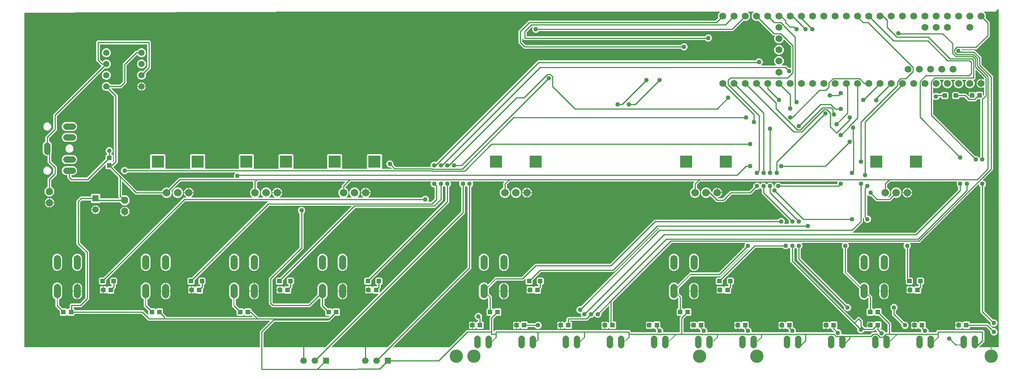
<source format=gbr>
G04 EAGLE Gerber RS-274X export*
G75*
%MOMM*%
%FSLAX34Y34*%
%LPD*%
%INTop Copper*%
%IPPOS*%
%AMOC8*
5,1,8,0,0,1.08239X$1,22.5*%
G01*
G04 Define Apertures*
%ADD10P,1.73204X8X112.5*%
%ADD11R,1.459600X1.459600*%
%ADD12C,1.459600*%
%ADD13C,1.409600*%
%ADD14C,1.459600*%
%ADD15R,1.000000X1.100000*%
%ADD16R,1.100000X1.000000*%
%ADD17C,1.709600*%
%ADD18R,2.800000X2.800000*%
%ADD19C,1.625600*%
%ADD20C,1.574800*%
%ADD21C,1.389600*%
%ADD22C,0.300000*%
%ADD23C,3.000000*%
%ADD24C,0.243331*%
%ADD25C,1.016000*%
%ADD26C,0.203200*%
G36*
X2426435Y420060D02*
X2426685Y420232D01*
X2426849Y420487D01*
X2426900Y420762D01*
X2426900Y1185060D01*
X2426840Y1185358D01*
X2426668Y1185608D01*
X2426413Y1185771D01*
X2426114Y1185822D01*
X2425819Y1185752D01*
X2425599Y1185599D01*
X2420044Y1180044D01*
X2420017Y1180025D01*
X2419912Y1180000D01*
X2394056Y1180000D01*
X2393758Y1179940D01*
X2393508Y1179768D01*
X2393345Y1179513D01*
X2393294Y1179214D01*
X2393364Y1178919D01*
X2393517Y1178699D01*
X2396377Y1175839D01*
X2398048Y1171805D01*
X2398048Y1167440D01*
X2397456Y1166010D01*
X2397398Y1165713D01*
X2397461Y1165416D01*
X2397621Y1165180D01*
X2406471Y1156330D01*
X2406471Y1123949D01*
X2377135Y1094614D01*
X2343692Y1094614D01*
X2343395Y1094554D01*
X2343144Y1094382D01*
X2342981Y1094127D01*
X2342930Y1093828D01*
X2342988Y1093561D01*
X2343144Y1093183D01*
X2343314Y1092932D01*
X2343568Y1092766D01*
X2343848Y1092713D01*
X2372337Y1092713D01*
X2387713Y1077337D01*
X2387713Y1060645D01*
X2387773Y1060348D01*
X2387936Y1060107D01*
X2414317Y1033726D01*
X2414317Y821897D01*
X2391707Y799287D01*
X2391539Y799035D01*
X2391484Y798736D01*
X2391549Y798440D01*
X2391724Y798193D01*
X2391954Y798045D01*
X2394634Y796935D01*
X2396935Y794634D01*
X2398180Y791627D01*
X2398180Y788373D01*
X2396935Y785366D01*
X2394540Y782972D01*
X2394372Y782719D01*
X2394317Y782433D01*
X2394317Y503162D01*
X2394377Y502864D01*
X2394540Y502623D01*
X2413760Y483403D01*
X2414012Y483236D01*
X2414298Y483180D01*
X2417685Y483180D01*
X2420692Y481935D01*
X2422993Y479634D01*
X2424238Y476627D01*
X2424238Y473373D01*
X2422993Y470366D01*
X2420692Y468065D01*
X2417685Y466820D01*
X2414431Y466820D01*
X2411424Y468065D01*
X2409123Y470366D01*
X2407878Y473373D01*
X2407878Y476760D01*
X2407818Y477057D01*
X2407655Y477299D01*
X2385683Y499270D01*
X2385683Y782433D01*
X2385623Y782730D01*
X2385460Y782972D01*
X2383065Y785366D01*
X2381955Y788046D01*
X2381786Y788297D01*
X2381532Y788463D01*
X2381233Y788516D01*
X2380938Y788449D01*
X2380713Y788293D01*
X2248638Y656218D01*
X2227190Y656218D01*
X2226893Y656158D01*
X2226643Y655986D01*
X2226479Y655731D01*
X2226428Y655432D01*
X2226498Y655137D01*
X2226651Y654917D01*
X2226935Y654634D01*
X2228180Y651627D01*
X2228180Y648373D01*
X2226935Y645366D01*
X2224540Y642972D01*
X2224372Y642719D01*
X2224317Y642433D01*
X2224317Y578862D01*
X2224377Y578565D01*
X2224549Y578315D01*
X2224804Y578151D01*
X2225079Y578100D01*
X2230405Y578100D01*
X2233100Y575405D01*
X2233100Y564595D01*
X2230405Y561900D01*
X2219595Y561900D01*
X2216900Y564595D01*
X2216900Y571680D01*
X2216840Y571977D01*
X2216677Y572219D01*
X2215683Y573212D01*
X2215683Y642433D01*
X2215623Y642730D01*
X2215460Y642972D01*
X2213065Y645366D01*
X2211820Y648373D01*
X2211820Y651627D01*
X2213065Y654634D01*
X2213349Y654917D01*
X2213516Y655170D01*
X2213572Y655468D01*
X2213507Y655764D01*
X2213332Y656012D01*
X2213073Y656171D01*
X2212810Y656218D01*
X2087190Y656218D01*
X2086893Y656158D01*
X2086643Y655986D01*
X2086479Y655731D01*
X2086428Y655432D01*
X2086498Y655137D01*
X2086651Y654917D01*
X2086935Y654634D01*
X2088180Y651627D01*
X2088180Y648373D01*
X2086935Y645366D01*
X2084540Y642972D01*
X2084372Y642719D01*
X2084317Y642433D01*
X2084317Y591702D01*
X2084377Y591405D01*
X2084540Y591163D01*
X2112762Y562941D01*
X2113015Y562773D01*
X2113313Y562718D01*
X2113609Y562783D01*
X2113840Y562941D01*
X2116034Y565135D01*
X2120161Y566844D01*
X2124627Y566844D01*
X2128754Y565135D01*
X2131913Y561976D01*
X2133622Y557849D01*
X2133622Y542397D01*
X2133682Y542099D01*
X2133845Y541858D01*
X2137781Y537922D01*
X2138034Y537754D01*
X2138280Y537706D01*
X2140817Y535170D01*
X2140817Y509362D01*
X2140877Y509065D01*
X2141049Y508815D01*
X2141304Y508651D01*
X2141579Y508600D01*
X2142784Y508600D01*
X2144461Y506923D01*
X2144714Y506755D01*
X2145012Y506700D01*
X2145308Y506765D01*
X2145539Y506923D01*
X2147216Y508600D01*
X2159784Y508600D01*
X2161600Y506784D01*
X2161600Y498320D01*
X2161660Y498023D01*
X2161823Y497782D01*
X2184317Y475288D01*
X2184317Y455079D01*
X2184377Y454781D01*
X2184549Y454531D01*
X2184804Y454368D01*
X2185079Y454317D01*
X2240685Y454317D01*
X2240982Y454377D01*
X2241104Y454459D01*
X2251291Y454459D01*
X2251588Y454520D01*
X2251838Y454691D01*
X2252002Y454947D01*
X2252053Y455246D01*
X2251995Y455513D01*
X2251830Y455912D01*
X2251830Y459298D01*
X2251770Y459596D01*
X2251607Y459837D01*
X2250267Y461177D01*
X2250014Y461344D01*
X2249728Y461400D01*
X2247216Y461400D01*
X2245316Y463300D01*
X2245168Y463516D01*
X2244913Y463679D01*
X2244614Y463730D01*
X2244319Y463660D01*
X2244099Y463507D01*
X2242552Y461960D01*
X2237262Y461960D01*
X2237262Y478040D01*
X2242552Y478040D01*
X2244099Y476493D01*
X2244352Y476325D01*
X2244650Y476270D01*
X2244946Y476335D01*
X2245194Y476510D01*
X2245303Y476687D01*
X2247216Y478600D01*
X2259784Y478600D01*
X2261600Y476784D01*
X2261600Y466243D01*
X2261660Y465946D01*
X2261832Y465696D01*
X2262070Y465539D01*
X2264644Y464473D01*
X2266945Y462172D01*
X2268190Y459166D01*
X2268190Y455912D01*
X2267966Y455370D01*
X2267908Y455073D01*
X2267970Y454776D01*
X2268144Y454527D01*
X2268401Y454366D01*
X2268670Y454317D01*
X2284921Y454317D01*
X2285219Y454377D01*
X2285469Y454549D01*
X2285632Y454804D01*
X2285683Y455079D01*
X2285683Y456788D01*
X2288212Y459317D01*
X2391788Y459317D01*
X2394317Y456788D01*
X2394317Y433212D01*
X2382542Y421437D01*
X2382377Y421190D01*
X2382320Y421054D01*
X2382262Y420756D01*
X2382325Y420459D01*
X2382498Y420210D01*
X2382755Y420049D01*
X2383024Y420000D01*
X2426138Y420000D01*
X2426435Y420060D01*
G37*
%LPC*%
G36*
X2165373Y593156D02*
X2161246Y594865D01*
X2158087Y598024D01*
X2156378Y602151D01*
X2156378Y622873D01*
X2158087Y627000D01*
X2161246Y630159D01*
X2165373Y631868D01*
X2169839Y631868D01*
X2173966Y630159D01*
X2177125Y627000D01*
X2178834Y622873D01*
X2178834Y602151D01*
X2177125Y598024D01*
X2173966Y594865D01*
X2169839Y593156D01*
X2165373Y593156D01*
G37*
G36*
X2120161Y593156D02*
X2116034Y594865D01*
X2112875Y598024D01*
X2111166Y602151D01*
X2111166Y622873D01*
X2112875Y627000D01*
X2116034Y630159D01*
X2120161Y631868D01*
X2124627Y631868D01*
X2128754Y630159D01*
X2131913Y627000D01*
X2133622Y622873D01*
X2133622Y602151D01*
X2131913Y598024D01*
X2128754Y594865D01*
X2124627Y593156D01*
X2120161Y593156D01*
G37*
G36*
X2237216Y541400D02*
X2235316Y543300D01*
X2235168Y543516D01*
X2234913Y543679D01*
X2234614Y543730D01*
X2234319Y543660D01*
X2234099Y543507D01*
X2232552Y541960D01*
X2227262Y541960D01*
X2227262Y558040D01*
X2232552Y558040D01*
X2234099Y556493D01*
X2234352Y556325D01*
X2234650Y556270D01*
X2234946Y556335D01*
X2235194Y556510D01*
X2235303Y556687D01*
X2237216Y558600D01*
X2244921Y558600D01*
X2245219Y558660D01*
X2245469Y558832D01*
X2245632Y559087D01*
X2245683Y559362D01*
X2245683Y561138D01*
X2245623Y561435D01*
X2245452Y561685D01*
X2245196Y561849D01*
X2244921Y561900D01*
X2244595Y561900D01*
X2241900Y564595D01*
X2241900Y575405D01*
X2244595Y578100D01*
X2255405Y578100D01*
X2258100Y575405D01*
X2258100Y564595D01*
X2255405Y561900D01*
X2255079Y561900D01*
X2254781Y561840D01*
X2254531Y561668D01*
X2254368Y561413D01*
X2254317Y561138D01*
X2254317Y554712D01*
X2251823Y552219D01*
X2251656Y551966D01*
X2251600Y551680D01*
X2251600Y543216D01*
X2249784Y541400D01*
X2237216Y541400D01*
G37*
G36*
X2168368Y548250D02*
X2168368Y566284D01*
X2169728Y566284D01*
X2173649Y564660D01*
X2176650Y561659D01*
X2178274Y557738D01*
X2178274Y548250D01*
X2168368Y548250D01*
G37*
G36*
X2156938Y548250D02*
X2156938Y557738D01*
X2158562Y561659D01*
X2161563Y564660D01*
X2165484Y566284D01*
X2166844Y566284D01*
X2166844Y548250D01*
X2156938Y548250D01*
G37*
G36*
X2218960Y550762D02*
X2218960Y556552D01*
X2220448Y558040D01*
X2225738Y558040D01*
X2225738Y550762D01*
X2218960Y550762D01*
G37*
G36*
X2220448Y541960D02*
X2218960Y543448D01*
X2218960Y549238D01*
X2225738Y549238D01*
X2225738Y541960D01*
X2220448Y541960D01*
G37*
G36*
X2165484Y528692D02*
X2161563Y530316D01*
X2158562Y533317D01*
X2156938Y537238D01*
X2156938Y546726D01*
X2166844Y546726D01*
X2166844Y528692D01*
X2165484Y528692D01*
G37*
G36*
X2168368Y528692D02*
X2168368Y546726D01*
X2178274Y546726D01*
X2178274Y537238D01*
X2176650Y533317D01*
X2173649Y530316D01*
X2169728Y528692D01*
X2168368Y528692D01*
G37*
G36*
X2213373Y461820D02*
X2210366Y463065D01*
X2208065Y465366D01*
X2206820Y468373D01*
X2206820Y471760D01*
X2206760Y472057D01*
X2206597Y472299D01*
X2185683Y493212D01*
X2185683Y502433D01*
X2185623Y502730D01*
X2185460Y502972D01*
X2183065Y505366D01*
X2181820Y508373D01*
X2181820Y511627D01*
X2183065Y514634D01*
X2185366Y516935D01*
X2188373Y518180D01*
X2191627Y518180D01*
X2194634Y516935D01*
X2196935Y514634D01*
X2198180Y511627D01*
X2198180Y508373D01*
X2196935Y505366D01*
X2194540Y502972D01*
X2194372Y502719D01*
X2194317Y502433D01*
X2194317Y497104D01*
X2194377Y496806D01*
X2194540Y496565D01*
X2212702Y478403D01*
X2212954Y478236D01*
X2213240Y478180D01*
X2216627Y478180D01*
X2219634Y476935D01*
X2221935Y474634D01*
X2223180Y471627D01*
X2223180Y468373D01*
X2221935Y465366D01*
X2219634Y463065D01*
X2216627Y461820D01*
X2213373Y461820D01*
G37*
G36*
X2414431Y446820D02*
X2411424Y448065D01*
X2409123Y450366D01*
X2407878Y453373D01*
X2407878Y456760D01*
X2407818Y457057D01*
X2407655Y457299D01*
X2399493Y465460D01*
X2399240Y465628D01*
X2398954Y465683D01*
X2362362Y465683D01*
X2362065Y465623D01*
X2361815Y465452D01*
X2361651Y465196D01*
X2361600Y464921D01*
X2361600Y463216D01*
X2359784Y461400D01*
X2347216Y461400D01*
X2345316Y463300D01*
X2345168Y463516D01*
X2344913Y463679D01*
X2344614Y463730D01*
X2344319Y463660D01*
X2344099Y463507D01*
X2342552Y461960D01*
X2337262Y461960D01*
X2337262Y478040D01*
X2342552Y478040D01*
X2344099Y476493D01*
X2344352Y476325D01*
X2344650Y476270D01*
X2344946Y476335D01*
X2345194Y476510D01*
X2345303Y476687D01*
X2347216Y478600D01*
X2359784Y478600D01*
X2361600Y476784D01*
X2361600Y475079D01*
X2361660Y474781D01*
X2361832Y474531D01*
X2362087Y474368D01*
X2362362Y474317D01*
X2402846Y474317D01*
X2413760Y463403D01*
X2414012Y463236D01*
X2414298Y463180D01*
X2417685Y463180D01*
X2420692Y461935D01*
X2422993Y459634D01*
X2424238Y456627D01*
X2424238Y453373D01*
X2422993Y450366D01*
X2420692Y448065D01*
X2417685Y446820D01*
X2414431Y446820D01*
G37*
G36*
X2328960Y470762D02*
X2328960Y476552D01*
X2330448Y478040D01*
X2335738Y478040D01*
X2335738Y470762D01*
X2328960Y470762D01*
G37*
G36*
X2228960Y470762D02*
X2228960Y476552D01*
X2230448Y478040D01*
X2235738Y478040D01*
X2235738Y470762D01*
X2228960Y470762D01*
G37*
G36*
X2330448Y461960D02*
X2328960Y463448D01*
X2328960Y469238D01*
X2335738Y469238D01*
X2335738Y461960D01*
X2330448Y461960D01*
G37*
G36*
X2230448Y461960D02*
X2228960Y463448D01*
X2228960Y469238D01*
X2235738Y469238D01*
X2235738Y461960D01*
X2230448Y461960D01*
G37*
%LPD*%
G36*
X755219Y420060D02*
X755469Y420232D01*
X755632Y420487D01*
X755683Y420762D01*
X755683Y456788D01*
X778278Y479383D01*
X778445Y479635D01*
X778501Y479934D01*
X778436Y480230D01*
X778260Y480477D01*
X778002Y480636D01*
X777739Y480683D01*
X503212Y480683D01*
X488435Y495460D01*
X488182Y495628D01*
X487896Y495683D01*
X337362Y495683D01*
X337065Y495623D01*
X336815Y495452D01*
X336651Y495196D01*
X336600Y494921D01*
X336600Y493216D01*
X334784Y491400D01*
X322216Y491400D01*
X320539Y493077D01*
X320286Y493245D01*
X319988Y493300D01*
X319692Y493235D01*
X319461Y493077D01*
X317784Y491400D01*
X305216Y491400D01*
X303400Y493216D01*
X303400Y501680D01*
X303340Y501977D01*
X303177Y502219D01*
X293077Y512318D01*
X293077Y515906D01*
X293222Y516124D01*
X293278Y516410D01*
X293278Y528403D01*
X293218Y528700D01*
X293046Y528950D01*
X292808Y529107D01*
X291034Y529841D01*
X287875Y533000D01*
X286166Y537127D01*
X286166Y557849D01*
X287875Y561976D01*
X291034Y565135D01*
X295161Y566844D01*
X299627Y566844D01*
X303754Y565135D01*
X306913Y561976D01*
X308622Y557849D01*
X308622Y537127D01*
X306913Y533000D01*
X303754Y529841D01*
X301980Y529107D01*
X301729Y528937D01*
X301563Y528683D01*
X301510Y528403D01*
X301510Y516410D01*
X301570Y516113D01*
X301733Y515872D01*
X308782Y508823D01*
X309034Y508656D01*
X309320Y508600D01*
X317784Y508600D01*
X319461Y506923D01*
X319714Y506755D01*
X320012Y506700D01*
X320308Y506765D01*
X320539Y506923D01*
X322216Y508600D01*
X324921Y508600D01*
X325219Y508660D01*
X325469Y508832D01*
X325632Y509087D01*
X325683Y509362D01*
X325683Y516788D01*
X328212Y519317D01*
X347896Y519317D01*
X348194Y519377D01*
X348435Y519540D01*
X360460Y531565D01*
X360628Y531818D01*
X360683Y532104D01*
X360683Y632896D01*
X360623Y633194D01*
X360460Y633435D01*
X340683Y653212D01*
X340683Y751788D01*
X350112Y761217D01*
X373140Y761217D01*
X373437Y761277D01*
X373687Y761449D01*
X373851Y761704D01*
X373902Y761979D01*
X373902Y765482D01*
X375718Y767298D01*
X392882Y767298D01*
X394698Y765482D01*
X394698Y757779D01*
X394758Y757481D01*
X394930Y757231D01*
X395185Y757068D01*
X395460Y757017D01*
X437739Y757017D01*
X438036Y757077D01*
X438286Y757249D01*
X438450Y757504D01*
X438501Y757803D01*
X438431Y758098D01*
X438278Y758317D01*
X435683Y760912D01*
X435683Y804396D01*
X435623Y804694D01*
X435460Y804935D01*
X417219Y823177D01*
X416966Y823344D01*
X416680Y823400D01*
X408216Y823400D01*
X406400Y825216D01*
X406400Y831956D01*
X406340Y832253D01*
X406168Y832503D01*
X405913Y832666D01*
X405614Y832717D01*
X405319Y832648D01*
X405099Y832495D01*
X368288Y795683D01*
X328212Y795683D01*
X320683Y803212D01*
X320683Y809090D01*
X320623Y809387D01*
X320452Y809637D01*
X320196Y809801D01*
X319921Y809852D01*
X315933Y809852D01*
X312204Y811397D01*
X309349Y814252D01*
X307804Y817981D01*
X307804Y822019D01*
X309349Y825748D01*
X312204Y828603D01*
X315933Y830148D01*
X334067Y830148D01*
X337796Y828603D01*
X340651Y825748D01*
X342196Y822019D01*
X342196Y817981D01*
X340651Y814252D01*
X337796Y811397D01*
X334067Y809852D01*
X330079Y809852D01*
X329781Y809792D01*
X329531Y809620D01*
X329368Y809365D01*
X329317Y809090D01*
X329317Y807104D01*
X329377Y806806D01*
X329540Y806565D01*
X331565Y804540D01*
X331818Y804372D01*
X332104Y804317D01*
X364396Y804317D01*
X364694Y804377D01*
X364935Y804540D01*
X406177Y845782D01*
X406344Y846034D01*
X406400Y846320D01*
X406400Y854784D01*
X408216Y856600D01*
X409921Y856600D01*
X410219Y856660D01*
X410469Y856832D01*
X410632Y857087D01*
X410683Y857362D01*
X410683Y857433D01*
X410623Y857730D01*
X410460Y857972D01*
X408065Y860366D01*
X406820Y863373D01*
X406820Y866627D01*
X408065Y869634D01*
X410366Y871935D01*
X413373Y873180D01*
X416627Y873180D01*
X419634Y871935D01*
X421935Y869634D01*
X423180Y866627D01*
X423180Y863373D01*
X421935Y860366D01*
X419540Y857972D01*
X419372Y857719D01*
X419317Y857433D01*
X419317Y857362D01*
X419377Y857065D01*
X419549Y856815D01*
X419804Y856651D01*
X420079Y856600D01*
X421784Y856600D01*
X423600Y854784D01*
X423600Y842216D01*
X421923Y840539D01*
X421755Y840286D01*
X421700Y839988D01*
X421765Y839692D01*
X421923Y839461D01*
X422101Y839283D01*
X422354Y839116D01*
X422652Y839060D01*
X422948Y839125D01*
X423179Y839283D01*
X425460Y841565D01*
X425628Y841818D01*
X425683Y842104D01*
X425683Y986796D01*
X425623Y987094D01*
X425460Y987335D01*
X412334Y1000462D01*
X412081Y1000629D01*
X411783Y1000685D01*
X411503Y1000627D01*
X410599Y1000252D01*
X406601Y1000252D01*
X402908Y1001782D01*
X400082Y1004608D01*
X398552Y1008301D01*
X398552Y1012299D01*
X400082Y1015992D01*
X402908Y1018818D01*
X406601Y1020348D01*
X410599Y1020348D01*
X414292Y1018818D01*
X417118Y1015992D01*
X417493Y1015087D01*
X417663Y1014836D01*
X417917Y1014670D01*
X418197Y1014617D01*
X438196Y1014617D01*
X438494Y1014677D01*
X438735Y1014840D01*
X445460Y1021565D01*
X445628Y1021818D01*
X445683Y1022104D01*
X445683Y1061788D01*
X474712Y1090817D01*
X478403Y1090817D01*
X478700Y1090877D01*
X478950Y1091049D01*
X479107Y1091287D01*
X479482Y1092192D01*
X482308Y1095018D01*
X486001Y1096548D01*
X489999Y1096548D01*
X493692Y1095018D01*
X496518Y1092192D01*
X498048Y1088499D01*
X498048Y1084501D01*
X496518Y1080808D01*
X493692Y1077982D01*
X489999Y1076452D01*
X486001Y1076452D01*
X482308Y1077982D01*
X479482Y1080808D01*
X479166Y1081571D01*
X478996Y1081823D01*
X478742Y1081988D01*
X478444Y1082041D01*
X478148Y1081974D01*
X477923Y1081818D01*
X454540Y1058435D01*
X454372Y1058182D01*
X454317Y1057896D01*
X454317Y1018212D01*
X442088Y1005983D01*
X420861Y1005983D01*
X420564Y1005923D01*
X420314Y1005752D01*
X420150Y1005496D01*
X420099Y1005197D01*
X420169Y1004902D01*
X420322Y1004683D01*
X434317Y990688D01*
X434317Y838212D01*
X424894Y828789D01*
X424726Y828536D01*
X424670Y828238D01*
X424736Y827942D01*
X424894Y827711D01*
X478065Y774540D01*
X478318Y774372D01*
X478604Y774317D01*
X533671Y774317D01*
X533968Y774377D01*
X534219Y774549D01*
X534375Y774787D01*
X535125Y776598D01*
X538402Y779875D01*
X542683Y781648D01*
X547317Y781648D01*
X549128Y780898D01*
X549426Y780840D01*
X549722Y780903D01*
X549958Y781063D01*
X572853Y803957D01*
X696667Y803957D01*
X696965Y804018D01*
X697215Y804189D01*
X697378Y804445D01*
X697429Y804744D01*
X697371Y805011D01*
X696820Y806342D01*
X696820Y809596D01*
X698065Y812603D01*
X699845Y814383D01*
X700012Y814635D01*
X700068Y814934D01*
X700003Y815230D01*
X699828Y815477D01*
X699569Y815636D01*
X699306Y815683D01*
X457567Y815683D01*
X457270Y815623D01*
X457028Y815460D01*
X454634Y813065D01*
X451627Y811820D01*
X448373Y811820D01*
X445366Y813065D01*
X443065Y815366D01*
X441820Y818373D01*
X441820Y821627D01*
X443065Y824634D01*
X445366Y826935D01*
X448373Y828180D01*
X451627Y828180D01*
X454634Y826935D01*
X457028Y824540D01*
X457281Y824372D01*
X457567Y824317D01*
X507138Y824317D01*
X507435Y824377D01*
X507685Y824549D01*
X507849Y824804D01*
X507900Y825079D01*
X507900Y855284D01*
X509716Y857100D01*
X540284Y857100D01*
X542100Y855284D01*
X542100Y825079D01*
X542160Y824781D01*
X542332Y824531D01*
X542587Y824368D01*
X542862Y824317D01*
X597138Y824317D01*
X597435Y824377D01*
X597685Y824549D01*
X597849Y824804D01*
X597900Y825079D01*
X597900Y855284D01*
X599716Y857100D01*
X630284Y857100D01*
X632100Y855284D01*
X632100Y825079D01*
X632160Y824781D01*
X632332Y824531D01*
X632587Y824368D01*
X632862Y824317D01*
X707138Y824317D01*
X707435Y824377D01*
X707685Y824549D01*
X707849Y824804D01*
X707900Y825079D01*
X707900Y855284D01*
X709716Y857100D01*
X740284Y857100D01*
X742100Y855284D01*
X742100Y825079D01*
X742160Y824781D01*
X742332Y824531D01*
X742587Y824368D01*
X742862Y824317D01*
X797138Y824317D01*
X797435Y824377D01*
X797685Y824549D01*
X797849Y824804D01*
X797900Y825079D01*
X797900Y855284D01*
X799716Y857100D01*
X830284Y857100D01*
X832100Y855284D01*
X832100Y825079D01*
X832160Y824781D01*
X832332Y824531D01*
X832587Y824368D01*
X832862Y824317D01*
X907138Y824317D01*
X907435Y824377D01*
X907685Y824549D01*
X907849Y824804D01*
X907900Y825079D01*
X907900Y855284D01*
X909716Y857100D01*
X940284Y857100D01*
X942100Y855284D01*
X942100Y825079D01*
X942160Y824781D01*
X942332Y824531D01*
X942587Y824368D01*
X942862Y824317D01*
X997138Y824317D01*
X997435Y824377D01*
X997685Y824549D01*
X997849Y824804D01*
X997900Y825079D01*
X997900Y855284D01*
X999716Y857100D01*
X1030284Y857100D01*
X1032100Y855284D01*
X1032100Y825079D01*
X1032160Y824781D01*
X1032332Y824531D01*
X1032587Y824368D01*
X1032862Y824317D01*
X1052739Y824317D01*
X1053036Y824377D01*
X1053286Y824549D01*
X1053450Y824804D01*
X1053501Y825103D01*
X1053431Y825398D01*
X1053278Y825617D01*
X1052299Y826597D01*
X1052046Y826764D01*
X1051760Y826820D01*
X1048373Y826820D01*
X1045366Y828065D01*
X1043065Y830366D01*
X1041820Y833373D01*
X1041820Y836627D01*
X1043065Y839634D01*
X1045366Y841935D01*
X1048373Y843180D01*
X1051627Y843180D01*
X1054634Y841935D01*
X1056935Y839634D01*
X1058180Y836627D01*
X1058180Y833240D01*
X1058240Y832943D01*
X1058403Y832702D01*
X1062100Y829005D01*
X1062352Y828838D01*
X1062638Y828782D01*
X1141340Y828782D01*
X1141637Y828842D01*
X1141888Y829014D01*
X1142051Y829269D01*
X1142102Y829568D01*
X1142044Y829836D01*
X1141820Y830377D01*
X1141820Y833631D01*
X1143065Y836638D01*
X1145366Y838939D01*
X1148373Y840184D01*
X1151627Y840184D01*
X1153752Y839304D01*
X1154049Y839246D01*
X1154346Y839309D01*
X1154582Y839469D01*
X1384429Y1069317D01*
X1877104Y1069317D01*
X1877401Y1069377D01*
X1877651Y1069549D01*
X1877808Y1069787D01*
X1878065Y1070409D01*
X1880366Y1072710D01*
X1883373Y1073956D01*
X1886627Y1073956D01*
X1889634Y1072710D01*
X1891935Y1070409D01*
X1893180Y1067403D01*
X1893180Y1064149D01*
X1891935Y1061142D01*
X1890155Y1059363D01*
X1889988Y1059110D01*
X1889932Y1058812D01*
X1889997Y1058515D01*
X1890173Y1058268D01*
X1890431Y1058109D01*
X1890694Y1058062D01*
X1922475Y1058062D01*
X1922773Y1058122D01*
X1923023Y1058294D01*
X1923186Y1058549D01*
X1923237Y1058848D01*
X1923167Y1059143D01*
X1923014Y1059363D01*
X1920571Y1061806D01*
X1918900Y1065840D01*
X1918900Y1070205D01*
X1920571Y1074239D01*
X1923658Y1077326D01*
X1927691Y1078996D01*
X1932057Y1078996D01*
X1936090Y1077326D01*
X1939177Y1074239D01*
X1940848Y1070205D01*
X1940848Y1065840D01*
X1939177Y1061806D01*
X1936734Y1059363D01*
X1936566Y1059110D01*
X1936511Y1058812D01*
X1936576Y1058515D01*
X1936751Y1058268D01*
X1937009Y1058109D01*
X1937273Y1058062D01*
X1946269Y1058062D01*
X1950928Y1053403D01*
X1951181Y1053236D01*
X1951467Y1053180D01*
X1954623Y1053180D01*
X1955954Y1052629D01*
X1956252Y1052571D01*
X1956549Y1052633D01*
X1956798Y1052807D01*
X1956959Y1053064D01*
X1957008Y1053333D01*
X1957008Y1100998D01*
X1956948Y1101295D01*
X1956785Y1101537D01*
X1941899Y1116423D01*
X1941646Y1116590D01*
X1941348Y1116646D01*
X1941052Y1116581D01*
X1940804Y1116405D01*
X1940656Y1116176D01*
X1939177Y1112606D01*
X1936090Y1109519D01*
X1932057Y1107848D01*
X1927691Y1107848D01*
X1923658Y1109519D01*
X1920571Y1112606D01*
X1918900Y1116640D01*
X1918900Y1121005D01*
X1920401Y1124630D01*
X1920459Y1124927D01*
X1920397Y1125224D01*
X1920223Y1125473D01*
X1919966Y1125634D01*
X1919697Y1125683D01*
X1916908Y1125683D01*
X1883517Y1159075D01*
X1883264Y1159243D01*
X1882966Y1159298D01*
X1882686Y1159240D01*
X1881257Y1158648D01*
X1876891Y1158648D01*
X1872858Y1160319D01*
X1869771Y1163406D01*
X1868100Y1167440D01*
X1868100Y1171805D01*
X1869771Y1175839D01*
X1872631Y1178699D01*
X1872799Y1178952D01*
X1872854Y1179250D01*
X1872789Y1179546D01*
X1872614Y1179794D01*
X1872356Y1179953D01*
X1872092Y1180000D01*
X1860656Y1180000D01*
X1860358Y1179940D01*
X1860108Y1179768D01*
X1859945Y1179513D01*
X1859894Y1179214D01*
X1859964Y1178919D01*
X1860117Y1178699D01*
X1862977Y1175839D01*
X1864648Y1171805D01*
X1864648Y1167440D01*
X1862977Y1163406D01*
X1859890Y1160319D01*
X1855857Y1158648D01*
X1851491Y1158648D01*
X1850062Y1159240D01*
X1849764Y1159298D01*
X1849468Y1159236D01*
X1849232Y1159075D01*
X1825840Y1135683D01*
X1387567Y1135683D01*
X1387270Y1135623D01*
X1387028Y1135460D01*
X1384634Y1133065D01*
X1381627Y1131820D01*
X1378373Y1131820D01*
X1375366Y1133065D01*
X1373065Y1135366D01*
X1371820Y1138373D01*
X1371820Y1141627D01*
X1373064Y1144630D01*
X1373122Y1144927D01*
X1373059Y1145224D01*
X1372886Y1145473D01*
X1372629Y1145634D01*
X1372360Y1145683D01*
X1372104Y1145683D01*
X1371806Y1145623D01*
X1371565Y1145460D01*
X1359540Y1133435D01*
X1359372Y1133182D01*
X1359317Y1132896D01*
X1359317Y1125079D01*
X1359377Y1124781D01*
X1359549Y1124531D01*
X1359804Y1124368D01*
X1360079Y1124317D01*
X1762433Y1124317D01*
X1762730Y1124377D01*
X1762972Y1124540D01*
X1765366Y1126935D01*
X1768373Y1128180D01*
X1771627Y1128180D01*
X1774634Y1126935D01*
X1776935Y1124634D01*
X1778180Y1121627D01*
X1778180Y1118373D01*
X1776935Y1115366D01*
X1774634Y1113065D01*
X1771627Y1111820D01*
X1768373Y1111820D01*
X1765366Y1113065D01*
X1762972Y1115460D01*
X1762719Y1115628D01*
X1762433Y1115683D01*
X1353212Y1115683D01*
X1350617Y1118278D01*
X1350365Y1118445D01*
X1350067Y1118501D01*
X1349770Y1118436D01*
X1349523Y1118260D01*
X1349364Y1118002D01*
X1349317Y1117739D01*
X1349317Y1112104D01*
X1349377Y1111806D01*
X1349540Y1111565D01*
X1356565Y1104540D01*
X1356818Y1104372D01*
X1357104Y1104317D01*
X1707433Y1104317D01*
X1707730Y1104377D01*
X1707972Y1104540D01*
X1710366Y1106935D01*
X1713373Y1108180D01*
X1716627Y1108180D01*
X1719634Y1106935D01*
X1721935Y1104634D01*
X1723180Y1101627D01*
X1723180Y1098373D01*
X1721935Y1095366D01*
X1719634Y1093065D01*
X1716627Y1091820D01*
X1713373Y1091820D01*
X1710366Y1093065D01*
X1707972Y1095460D01*
X1707719Y1095628D01*
X1707433Y1095683D01*
X1353212Y1095683D01*
X1340683Y1108212D01*
X1340683Y1136788D01*
X1363212Y1159317D01*
X1786148Y1159317D01*
X1786445Y1159377D01*
X1786687Y1159540D01*
X1792327Y1165180D01*
X1792494Y1165433D01*
X1792550Y1165731D01*
X1792492Y1166010D01*
X1791900Y1167440D01*
X1791900Y1171805D01*
X1793571Y1175839D01*
X1796431Y1178699D01*
X1796599Y1178952D01*
X1796654Y1179250D01*
X1796589Y1179546D01*
X1796414Y1179794D01*
X1796156Y1179953D01*
X1795892Y1180000D01*
X905103Y1180000D01*
X223859Y1176917D01*
X223562Y1176856D01*
X223312Y1176683D01*
X223150Y1176427D01*
X223100Y1176155D01*
X223100Y420762D01*
X223160Y420465D01*
X223332Y420215D01*
X223587Y420051D01*
X223862Y420000D01*
X754921Y420000D01*
X755219Y420060D01*
G37*
%LPC*%
G36*
X275402Y761599D02*
X268899Y768102D01*
X268899Y777298D01*
X275460Y783859D01*
X275628Y784112D01*
X275683Y784398D01*
X275683Y802214D01*
X287837Y814367D01*
X288004Y814620D01*
X288060Y814906D01*
X288060Y825094D01*
X288000Y825391D01*
X287837Y825633D01*
X275683Y837786D01*
X275683Y852042D01*
X275623Y852339D01*
X275452Y852589D01*
X275196Y852753D01*
X274921Y852804D01*
X272981Y852804D01*
X269252Y854349D01*
X266397Y857204D01*
X264852Y860933D01*
X264852Y879067D01*
X266397Y882796D01*
X269252Y885651D01*
X270213Y886049D01*
X270464Y886219D01*
X270630Y886473D01*
X270683Y886753D01*
X270683Y897214D01*
X287837Y914367D01*
X288004Y914620D01*
X288060Y914906D01*
X288060Y946665D01*
X397107Y1055711D01*
X397274Y1055964D01*
X397330Y1056262D01*
X397265Y1056558D01*
X397107Y1056789D01*
X385683Y1068212D01*
X385683Y1111788D01*
X388212Y1114317D01*
X506788Y1114317D01*
X509317Y1111788D01*
X509317Y1050912D01*
X497838Y1039434D01*
X497671Y1039181D01*
X497615Y1038883D01*
X497673Y1038603D01*
X498048Y1037699D01*
X498048Y1033701D01*
X496518Y1030008D01*
X493692Y1027182D01*
X489999Y1025652D01*
X486001Y1025652D01*
X482308Y1027182D01*
X479482Y1030008D01*
X477952Y1033701D01*
X477952Y1037699D01*
X479482Y1041392D01*
X482308Y1044218D01*
X486001Y1045748D01*
X489999Y1045748D01*
X490903Y1045373D01*
X491201Y1045315D01*
X491498Y1045378D01*
X491734Y1045538D01*
X500460Y1054265D01*
X500628Y1054518D01*
X500683Y1054804D01*
X500683Y1104921D01*
X500623Y1105219D01*
X500452Y1105469D01*
X500196Y1105632D01*
X499921Y1105683D01*
X395079Y1105683D01*
X394781Y1105623D01*
X394531Y1105452D01*
X394368Y1105196D01*
X394317Y1104921D01*
X394317Y1072104D01*
X394377Y1071806D01*
X394540Y1071565D01*
X399159Y1066946D01*
X399411Y1066779D01*
X399710Y1066723D01*
X400006Y1066788D01*
X400236Y1066946D01*
X402908Y1069618D01*
X406601Y1071148D01*
X410599Y1071148D01*
X414292Y1069618D01*
X417118Y1066792D01*
X418648Y1063099D01*
X418648Y1059101D01*
X417118Y1055408D01*
X414292Y1052582D01*
X410599Y1051052D01*
X406601Y1051052D01*
X405697Y1051427D01*
X405399Y1051485D01*
X405102Y1051422D01*
X404866Y1051262D01*
X296917Y943312D01*
X296749Y943059D01*
X296693Y942773D01*
X296693Y911014D01*
X279540Y893861D01*
X279372Y893608D01*
X279317Y893322D01*
X279317Y886753D01*
X279377Y886456D01*
X279549Y886206D01*
X279787Y886049D01*
X280748Y885651D01*
X283603Y882796D01*
X285148Y879067D01*
X285148Y860933D01*
X284375Y859066D01*
X284317Y858775D01*
X284317Y841678D01*
X284377Y841381D01*
X284540Y841139D01*
X296693Y828986D01*
X296693Y811014D01*
X284540Y798861D01*
X284372Y798608D01*
X284317Y798322D01*
X284317Y784398D01*
X284377Y784101D01*
X284540Y783859D01*
X291101Y777298D01*
X291101Y768102D01*
X284598Y761599D01*
X275402Y761599D01*
G37*
G36*
X1927691Y1082448D02*
X1923658Y1084119D01*
X1920571Y1087206D01*
X1918900Y1091240D01*
X1918900Y1095605D01*
X1920571Y1099639D01*
X1923658Y1102726D01*
X1927691Y1104396D01*
X1932057Y1104396D01*
X1936090Y1102726D01*
X1939177Y1099639D01*
X1940848Y1095605D01*
X1940848Y1091240D01*
X1939177Y1087206D01*
X1936090Y1084119D01*
X1932057Y1082448D01*
X1927691Y1082448D01*
G37*
G36*
X406601Y1076452D02*
X402908Y1077982D01*
X400082Y1080808D01*
X398552Y1084501D01*
X398552Y1088499D01*
X400082Y1092192D01*
X402908Y1095018D01*
X406601Y1096548D01*
X410599Y1096548D01*
X414292Y1095018D01*
X417118Y1092192D01*
X418648Y1088499D01*
X418648Y1084501D01*
X417118Y1080808D01*
X414292Y1077982D01*
X410599Y1076452D01*
X406601Y1076452D01*
G37*
G36*
X486001Y1051052D02*
X482308Y1052582D01*
X479482Y1055408D01*
X477952Y1059101D01*
X477952Y1063099D01*
X479482Y1066792D01*
X482308Y1069618D01*
X486001Y1071148D01*
X489999Y1071148D01*
X493692Y1069618D01*
X496518Y1066792D01*
X498048Y1063099D01*
X498048Y1059101D01*
X496518Y1055408D01*
X493692Y1052582D01*
X489999Y1051052D01*
X486001Y1051052D01*
G37*
G36*
X406601Y1025652D02*
X402908Y1027182D01*
X400082Y1030008D01*
X398552Y1033701D01*
X398552Y1037699D01*
X400082Y1041392D01*
X402908Y1044218D01*
X406601Y1045748D01*
X410599Y1045748D01*
X414292Y1044218D01*
X417118Y1041392D01*
X418648Y1037699D01*
X418648Y1033701D01*
X417118Y1030008D01*
X414292Y1027182D01*
X410599Y1025652D01*
X406601Y1025652D01*
G37*
G36*
X488762Y1011062D02*
X488762Y1019788D01*
X489887Y1019788D01*
X493375Y1018344D01*
X496044Y1015675D01*
X497488Y1012187D01*
X497488Y1011062D01*
X488762Y1011062D01*
G37*
G36*
X478512Y1011062D02*
X478512Y1012187D01*
X479956Y1015675D01*
X482625Y1018344D01*
X486113Y1019788D01*
X487238Y1019788D01*
X487238Y1011062D01*
X478512Y1011062D01*
G37*
G36*
X488762Y1000812D02*
X488762Y1009538D01*
X497488Y1009538D01*
X497488Y1008413D01*
X496044Y1004925D01*
X493375Y1002256D01*
X489887Y1000812D01*
X488762Y1000812D01*
G37*
G36*
X486113Y1000812D02*
X482625Y1002256D01*
X479956Y1004925D01*
X478512Y1008413D01*
X478512Y1009538D01*
X487238Y1009538D01*
X487238Y1000812D01*
X486113Y1000812D01*
G37*
G36*
X315933Y909852D02*
X312204Y911397D01*
X309349Y914252D01*
X307804Y917981D01*
X307804Y922019D01*
X309349Y925748D01*
X312204Y928603D01*
X315933Y930148D01*
X334067Y930148D01*
X337796Y928603D01*
X340651Y925748D01*
X342196Y922019D01*
X342196Y917981D01*
X340651Y914252D01*
X337796Y911397D01*
X334067Y909852D01*
X315933Y909852D01*
G37*
G36*
X273190Y910900D02*
X269845Y912285D01*
X267285Y914845D01*
X265900Y918190D01*
X265900Y921810D01*
X267285Y925155D01*
X269845Y927715D01*
X273190Y929100D01*
X276810Y929100D01*
X280155Y927715D01*
X282715Y925155D01*
X284100Y921810D01*
X284100Y918190D01*
X282715Y914845D01*
X280155Y912285D01*
X276810Y910900D01*
X273190Y910900D01*
G37*
G36*
X315933Y884852D02*
X312204Y886397D01*
X309349Y889252D01*
X307804Y892981D01*
X307804Y897019D01*
X309349Y900748D01*
X312204Y903603D01*
X315933Y905148D01*
X334067Y905148D01*
X337796Y903603D01*
X340651Y900748D01*
X342196Y897019D01*
X342196Y892981D01*
X340651Y889252D01*
X337796Y886397D01*
X334067Y884852D01*
X315933Y884852D01*
G37*
G36*
X323190Y860900D02*
X319845Y862285D01*
X317285Y864845D01*
X315900Y868190D01*
X315900Y871810D01*
X317285Y875155D01*
X319845Y877715D01*
X323190Y879100D01*
X326810Y879100D01*
X330155Y877715D01*
X332715Y875155D01*
X334100Y871810D01*
X334100Y868190D01*
X332715Y864845D01*
X330155Y862285D01*
X326810Y860900D01*
X323190Y860900D01*
G37*
G36*
X315933Y834852D02*
X312204Y836397D01*
X309349Y839252D01*
X307804Y842981D01*
X307804Y847019D01*
X309349Y850748D01*
X312204Y853603D01*
X315933Y855148D01*
X334067Y855148D01*
X337796Y853603D01*
X340651Y850748D01*
X342196Y847019D01*
X342196Y842981D01*
X340651Y839252D01*
X337796Y836397D01*
X334067Y834852D01*
X315933Y834852D01*
G37*
G36*
X273190Y810900D02*
X269845Y812285D01*
X267285Y814845D01*
X265900Y818190D01*
X265900Y821810D01*
X267285Y825155D01*
X269845Y827715D01*
X273190Y829100D01*
X276810Y829100D01*
X280155Y827715D01*
X282715Y825155D01*
X284100Y821810D01*
X284100Y818190D01*
X282715Y814845D01*
X280155Y812285D01*
X276810Y810900D01*
X273190Y810900D01*
G37*
G36*
X280762Y748062D02*
X280762Y757841D01*
X284366Y757841D01*
X290541Y751666D01*
X290541Y748062D01*
X280762Y748062D01*
G37*
G36*
X269459Y748062D02*
X269459Y751666D01*
X275634Y757841D01*
X279238Y757841D01*
X279238Y748062D01*
X269459Y748062D01*
G37*
G36*
X275634Y736759D02*
X269459Y742934D01*
X269459Y746538D01*
X279238Y746538D01*
X279238Y736759D01*
X275634Y736759D01*
G37*
G36*
X280762Y736759D02*
X280762Y746538D01*
X290541Y746538D01*
X290541Y742934D01*
X284366Y736759D01*
X280762Y736759D01*
G37*
G36*
X340373Y593156D02*
X336246Y594865D01*
X333087Y598024D01*
X331378Y602151D01*
X331378Y622873D01*
X333087Y627000D01*
X336246Y630159D01*
X340373Y631868D01*
X344839Y631868D01*
X348966Y630159D01*
X352125Y627000D01*
X353834Y622873D01*
X353834Y602151D01*
X352125Y598024D01*
X348966Y594865D01*
X344839Y593156D01*
X340373Y593156D01*
G37*
G36*
X295161Y593156D02*
X291034Y594865D01*
X287875Y598024D01*
X286166Y602151D01*
X286166Y622873D01*
X287875Y627000D01*
X291034Y630159D01*
X295161Y631868D01*
X299627Y631868D01*
X303754Y630159D01*
X306913Y627000D01*
X308622Y622873D01*
X308622Y602151D01*
X306913Y598024D01*
X303754Y594865D01*
X299627Y593156D01*
X295161Y593156D01*
G37*
G36*
X343368Y548250D02*
X343368Y566284D01*
X344728Y566284D01*
X348649Y564660D01*
X351650Y561659D01*
X353274Y557738D01*
X353274Y548250D01*
X343368Y548250D01*
G37*
G36*
X331938Y548250D02*
X331938Y557738D01*
X333562Y561659D01*
X336563Y564660D01*
X340484Y566284D01*
X341844Y566284D01*
X341844Y548250D01*
X331938Y548250D01*
G37*
G36*
X343368Y528692D02*
X343368Y546726D01*
X353274Y546726D01*
X353274Y537238D01*
X351650Y533317D01*
X348649Y530316D01*
X344728Y528692D01*
X343368Y528692D01*
G37*
G36*
X340484Y528692D02*
X336563Y530316D01*
X333562Y533317D01*
X331938Y537238D01*
X331938Y546726D01*
X341844Y546726D01*
X341844Y528692D01*
X340484Y528692D01*
G37*
%LPD*%
G36*
X2382808Y849449D02*
X2383039Y849607D01*
X2385460Y852028D01*
X2385628Y852281D01*
X2385683Y852567D01*
X2385683Y980638D01*
X2385623Y980935D01*
X2385452Y981185D01*
X2385196Y981349D01*
X2384921Y981400D01*
X2379415Y981400D01*
X2379117Y981340D01*
X2378876Y981177D01*
X2374634Y976935D01*
X2358366Y976935D01*
X2349841Y985460D01*
X2349588Y985628D01*
X2349302Y985683D01*
X2338862Y985683D01*
X2338565Y985623D01*
X2338315Y985452D01*
X2338151Y985196D01*
X2338100Y984921D01*
X2338100Y984595D01*
X2335405Y981900D01*
X2324595Y981900D01*
X2321900Y984595D01*
X2321900Y995405D01*
X2324595Y998100D01*
X2335405Y998100D01*
X2338100Y995405D01*
X2338100Y995079D01*
X2338160Y994781D01*
X2338332Y994531D01*
X2338587Y994368D01*
X2338862Y994317D01*
X2353194Y994317D01*
X2357659Y989851D01*
X2357912Y989684D01*
X2358210Y989628D01*
X2358506Y989693D01*
X2358579Y989745D01*
X2358579Y989238D01*
X2367262Y989238D01*
X2367262Y998040D01*
X2372552Y998040D01*
X2374099Y996493D01*
X2374352Y996325D01*
X2374650Y996270D01*
X2374946Y996335D01*
X2375194Y996510D01*
X2375303Y996687D01*
X2377216Y998600D01*
X2389784Y998600D01*
X2391600Y996784D01*
X2391600Y990950D01*
X2391660Y990653D01*
X2391832Y990403D01*
X2392087Y990239D01*
X2392386Y990188D01*
X2392681Y990258D01*
X2392901Y990411D01*
X2393657Y991167D01*
X2393824Y991420D01*
X2393880Y991706D01*
X2393880Y1007629D01*
X2393820Y1007926D01*
X2393648Y1008176D01*
X2393393Y1008340D01*
X2393094Y1008391D01*
X2392826Y1008333D01*
X2389145Y1006808D01*
X2387836Y1006808D01*
X2387836Y1027636D01*
X2389145Y1027636D01*
X2392826Y1026112D01*
X2393124Y1026054D01*
X2393421Y1026116D01*
X2393670Y1026290D01*
X2393831Y1026547D01*
X2393880Y1026816D01*
X2393880Y1029007D01*
X2393820Y1029305D01*
X2393657Y1029546D01*
X2375617Y1047586D01*
X2375365Y1047753D01*
X2375067Y1047809D01*
X2374770Y1047744D01*
X2374523Y1047568D01*
X2374364Y1047310D01*
X2374317Y1047047D01*
X2374317Y1028212D01*
X2371788Y1025683D01*
X2370572Y1025683D01*
X2370275Y1025623D01*
X2370025Y1025452D01*
X2369861Y1025196D01*
X2369811Y1024897D01*
X2369880Y1024602D01*
X2370033Y1024383D01*
X2370977Y1023439D01*
X2372648Y1019405D01*
X2372648Y1015040D01*
X2370977Y1011006D01*
X2367890Y1007919D01*
X2363857Y1006248D01*
X2359491Y1006248D01*
X2355458Y1007919D01*
X2352371Y1011006D01*
X2350700Y1015040D01*
X2350700Y1019405D01*
X2352371Y1023439D01*
X2353315Y1024383D01*
X2353482Y1024635D01*
X2353538Y1024934D01*
X2353473Y1025230D01*
X2353297Y1025477D01*
X2353039Y1025636D01*
X2352776Y1025683D01*
X2345172Y1025683D01*
X2344875Y1025623D01*
X2344625Y1025452D01*
X2344461Y1025196D01*
X2344411Y1024897D01*
X2344480Y1024602D01*
X2344633Y1024383D01*
X2345577Y1023439D01*
X2347248Y1019405D01*
X2347248Y1015040D01*
X2345577Y1011006D01*
X2342490Y1007919D01*
X2338457Y1006248D01*
X2334091Y1006248D01*
X2330058Y1007919D01*
X2326971Y1011006D01*
X2325300Y1015040D01*
X2325300Y1019405D01*
X2326971Y1023439D01*
X2327915Y1024383D01*
X2328082Y1024635D01*
X2328138Y1024934D01*
X2328073Y1025230D01*
X2327897Y1025477D01*
X2327639Y1025636D01*
X2327376Y1025683D01*
X2319772Y1025683D01*
X2319475Y1025623D01*
X2319225Y1025452D01*
X2319061Y1025196D01*
X2319011Y1024897D01*
X2319080Y1024602D01*
X2319233Y1024383D01*
X2320177Y1023439D01*
X2321848Y1019405D01*
X2321848Y1015040D01*
X2320177Y1011006D01*
X2317090Y1007919D01*
X2313057Y1006248D01*
X2308691Y1006248D01*
X2304658Y1007919D01*
X2301571Y1011006D01*
X2299900Y1015040D01*
X2299900Y1019405D01*
X2301571Y1023439D01*
X2302515Y1024383D01*
X2302682Y1024635D01*
X2302738Y1024934D01*
X2302673Y1025230D01*
X2302497Y1025477D01*
X2302239Y1025636D01*
X2301976Y1025683D01*
X2294372Y1025683D01*
X2294075Y1025623D01*
X2293825Y1025452D01*
X2293661Y1025196D01*
X2293611Y1024897D01*
X2293680Y1024602D01*
X2293833Y1024383D01*
X2294777Y1023439D01*
X2296448Y1019405D01*
X2296448Y1015040D01*
X2294777Y1011006D01*
X2291690Y1007919D01*
X2287657Y1006248D01*
X2283291Y1006248D01*
X2279722Y1007727D01*
X2279424Y1007785D01*
X2279127Y1007722D01*
X2278878Y1007549D01*
X2278717Y1007292D01*
X2278668Y1007023D01*
X2278668Y995045D01*
X2278728Y994748D01*
X2278900Y994498D01*
X2279155Y994334D01*
X2279454Y994284D01*
X2279749Y994353D01*
X2279969Y994506D01*
X2280366Y994904D01*
X2283373Y996149D01*
X2286627Y996149D01*
X2289634Y994904D01*
X2289998Y994540D01*
X2290251Y994372D01*
X2290537Y994317D01*
X2296138Y994317D01*
X2296435Y994377D01*
X2296685Y994549D01*
X2296849Y994804D01*
X2296900Y995079D01*
X2296900Y995405D01*
X2299595Y998100D01*
X2310405Y998100D01*
X2313100Y995405D01*
X2313100Y984595D01*
X2310405Y981900D01*
X2299595Y981900D01*
X2296900Y984595D01*
X2296900Y984921D01*
X2296840Y985219D01*
X2296668Y985469D01*
X2296413Y985632D01*
X2296138Y985683D01*
X2293416Y985683D01*
X2293119Y985623D01*
X2292869Y985452D01*
X2292712Y985213D01*
X2291935Y983336D01*
X2289634Y981035D01*
X2286627Y979789D01*
X2283373Y979789D01*
X2280366Y981035D01*
X2279969Y981432D01*
X2279716Y981600D01*
X2279418Y981655D01*
X2279122Y981590D01*
X2278874Y981415D01*
X2278715Y981157D01*
X2278668Y980893D01*
X2278668Y947752D01*
X2278728Y947455D01*
X2278891Y947214D01*
X2372702Y853403D01*
X2372954Y853236D01*
X2373240Y853180D01*
X2376627Y853180D01*
X2379634Y851935D01*
X2381961Y849607D01*
X2382214Y849440D01*
X2382512Y849384D01*
X2382808Y849449D01*
G37*
%LPC*%
G36*
X2376660Y1017984D02*
X2376660Y1019294D01*
X2378245Y1023121D01*
X2381175Y1026051D01*
X2385003Y1027636D01*
X2386312Y1027636D01*
X2386312Y1017984D01*
X2376660Y1017984D01*
G37*
G36*
X2385003Y1006808D02*
X2381175Y1008394D01*
X2378245Y1011323D01*
X2376660Y1015151D01*
X2376660Y1016460D01*
X2386312Y1016460D01*
X2386312Y1006808D01*
X2385003Y1006808D01*
G37*
G36*
X2358960Y990762D02*
X2358960Y996552D01*
X2360448Y998040D01*
X2365738Y998040D01*
X2365738Y990762D01*
X2358960Y990762D01*
G37*
%LPD*%
G36*
X903827Y420060D02*
X904069Y420223D01*
X1023945Y540099D01*
X1024112Y540352D01*
X1024168Y540650D01*
X1024103Y540946D01*
X1023927Y541194D01*
X1023669Y541353D01*
X1023406Y541400D01*
X1012216Y541400D01*
X1010316Y543300D01*
X1010168Y543516D01*
X1009913Y543679D01*
X1009614Y543730D01*
X1009319Y543660D01*
X1009099Y543507D01*
X1007552Y541960D01*
X1002262Y541960D01*
X1002262Y558040D01*
X1007552Y558040D01*
X1009099Y556493D01*
X1009352Y556325D01*
X1009650Y556270D01*
X1009946Y556335D01*
X1010194Y556510D01*
X1010303Y556687D01*
X1012216Y558600D01*
X1019921Y558600D01*
X1020219Y558660D01*
X1020469Y558832D01*
X1020632Y559087D01*
X1020683Y559362D01*
X1020683Y561138D01*
X1020623Y561435D01*
X1020452Y561685D01*
X1020196Y561849D01*
X1019921Y561900D01*
X1019595Y561900D01*
X1016900Y564595D01*
X1016900Y575405D01*
X1019595Y578100D01*
X1030405Y578100D01*
X1033100Y575405D01*
X1033100Y564595D01*
X1030405Y561900D01*
X1030079Y561900D01*
X1029781Y561840D01*
X1029531Y561668D01*
X1029368Y561413D01*
X1029317Y561138D01*
X1029317Y554712D01*
X1026823Y552219D01*
X1026656Y551966D01*
X1026600Y551680D01*
X1026600Y544594D01*
X1026660Y544297D01*
X1026832Y544047D01*
X1027087Y543884D01*
X1027386Y543833D01*
X1027681Y543903D01*
X1027901Y544056D01*
X1210460Y726615D01*
X1210628Y726868D01*
X1210683Y727154D01*
X1210683Y782433D01*
X1210623Y782730D01*
X1210460Y782972D01*
X1208065Y785366D01*
X1206820Y788373D01*
X1206820Y791627D01*
X1208064Y794630D01*
X1208122Y794927D01*
X1208059Y795224D01*
X1207886Y795473D01*
X1207629Y795634D01*
X1207360Y795683D01*
X1187640Y795683D01*
X1187343Y795623D01*
X1187093Y795452D01*
X1186929Y795196D01*
X1186879Y794897D01*
X1186936Y794630D01*
X1188180Y791627D01*
X1188180Y788373D01*
X1186935Y785366D01*
X1184540Y782972D01*
X1184372Y782719D01*
X1184317Y782433D01*
X1184317Y748212D01*
X1008323Y572219D01*
X1008156Y571966D01*
X1008100Y571680D01*
X1008100Y564595D01*
X1005405Y561900D01*
X994595Y561900D01*
X991900Y564595D01*
X991900Y575405D01*
X994595Y578100D01*
X1001680Y578100D01*
X1001977Y578160D01*
X1002219Y578323D01*
X1175460Y751565D01*
X1175628Y751818D01*
X1175683Y752104D01*
X1175683Y782433D01*
X1175623Y782730D01*
X1175460Y782972D01*
X1173039Y785393D01*
X1172786Y785560D01*
X1172488Y785616D01*
X1172192Y785551D01*
X1171961Y785393D01*
X1169540Y782972D01*
X1169372Y782719D01*
X1169317Y782433D01*
X1169317Y753212D01*
X1151788Y735683D01*
X972104Y735683D01*
X971806Y735623D01*
X971565Y735460D01*
X808323Y572219D01*
X808156Y571966D01*
X808100Y571680D01*
X808100Y564595D01*
X805405Y561900D01*
X794595Y561900D01*
X791900Y564595D01*
X791900Y575405D01*
X794595Y578100D01*
X801680Y578100D01*
X801977Y578160D01*
X802219Y578323D01*
X963278Y739383D01*
X963445Y739635D01*
X963501Y739934D01*
X963436Y740230D01*
X963260Y740477D01*
X963002Y740636D01*
X962739Y740683D01*
X777104Y740683D01*
X776806Y740623D01*
X776565Y740460D01*
X608323Y572219D01*
X608156Y571966D01*
X608100Y571680D01*
X608100Y564595D01*
X605405Y561900D01*
X594595Y561900D01*
X591900Y564595D01*
X591900Y575405D01*
X594595Y578100D01*
X601680Y578100D01*
X601977Y578160D01*
X602219Y578323D01*
X773278Y749383D01*
X773445Y749635D01*
X773501Y749934D01*
X773436Y750230D01*
X773260Y750477D01*
X773002Y750636D01*
X772739Y750683D01*
X587104Y750683D01*
X586806Y750623D01*
X586565Y750460D01*
X408323Y572219D01*
X408156Y571966D01*
X408100Y571680D01*
X408100Y564595D01*
X405405Y561900D01*
X394595Y561900D01*
X391900Y564595D01*
X391900Y575405D01*
X394595Y578100D01*
X401680Y578100D01*
X401977Y578160D01*
X402219Y578323D01*
X583212Y759317D01*
X588163Y759317D01*
X588460Y759377D01*
X588710Y759549D01*
X588874Y759804D01*
X588925Y760103D01*
X588855Y760398D01*
X588702Y760617D01*
X585600Y763719D01*
X583912Y767794D01*
X583912Y769238D01*
X606088Y769238D01*
X606088Y767794D01*
X604400Y763719D01*
X601298Y760617D01*
X601131Y760365D01*
X601075Y760067D01*
X601140Y759770D01*
X601316Y759523D01*
X601574Y759364D01*
X601837Y759317D01*
X737371Y759317D01*
X737668Y759377D01*
X737918Y759549D01*
X738082Y759804D01*
X738133Y760103D01*
X738063Y760398D01*
X737910Y760617D01*
X735125Y763402D01*
X733352Y767683D01*
X733352Y772317D01*
X735125Y776598D01*
X738402Y779875D01*
X740213Y780625D01*
X740464Y780794D01*
X740630Y781049D01*
X740683Y781329D01*
X740683Y794921D01*
X740623Y795219D01*
X740452Y795469D01*
X740196Y795632D01*
X739921Y795683D01*
X710913Y795683D01*
X710616Y795623D01*
X710374Y795460D01*
X710238Y795324D01*
X576744Y795324D01*
X576447Y795264D01*
X576205Y795101D01*
X556063Y774958D01*
X555896Y774706D01*
X555840Y774407D01*
X555898Y774128D01*
X556648Y772317D01*
X556648Y767683D01*
X554875Y763402D01*
X551598Y760125D01*
X547317Y758352D01*
X542683Y758352D01*
X538402Y760125D01*
X535125Y763402D01*
X534375Y765213D01*
X534206Y765464D01*
X533952Y765630D01*
X533671Y765683D01*
X474712Y765683D01*
X445617Y794778D01*
X445365Y794945D01*
X445067Y795001D01*
X444770Y794936D01*
X444523Y794760D01*
X444364Y794502D01*
X444317Y794239D01*
X444317Y764804D01*
X444377Y764506D01*
X444540Y764265D01*
X444781Y764024D01*
X445033Y763857D01*
X445319Y763801D01*
X454598Y763801D01*
X461101Y757298D01*
X461101Y748102D01*
X454598Y741599D01*
X445402Y741599D01*
X438841Y748160D01*
X438588Y748328D01*
X438302Y748383D01*
X395079Y748383D01*
X394782Y748323D01*
X394540Y748160D01*
X392882Y746502D01*
X375718Y746502D01*
X373902Y748318D01*
X373902Y751821D01*
X373842Y752119D01*
X373670Y752369D01*
X373415Y752532D01*
X373140Y752583D01*
X354004Y752583D01*
X353706Y752523D01*
X353465Y752360D01*
X349540Y748435D01*
X349372Y748182D01*
X349317Y747896D01*
X349317Y657104D01*
X349377Y656806D01*
X349540Y656565D01*
X369317Y636788D01*
X369317Y528212D01*
X351788Y510683D01*
X335079Y510683D01*
X334781Y510623D01*
X334531Y510452D01*
X334368Y510196D01*
X334317Y509921D01*
X334317Y509362D01*
X334377Y509065D01*
X334549Y508815D01*
X334607Y508778D01*
X336600Y506784D01*
X336600Y505079D01*
X336660Y504781D01*
X336832Y504531D01*
X337087Y504368D01*
X337362Y504317D01*
X491788Y504317D01*
X502099Y494006D01*
X502352Y493838D01*
X502650Y493782D01*
X502946Y493848D01*
X503194Y494023D01*
X503353Y494281D01*
X503400Y494544D01*
X503400Y501680D01*
X503340Y501977D01*
X503177Y502219D01*
X493077Y512318D01*
X493077Y515906D01*
X493222Y516124D01*
X493278Y516410D01*
X493278Y528403D01*
X493218Y528700D01*
X493046Y528950D01*
X492808Y529107D01*
X491034Y529841D01*
X487875Y533000D01*
X486166Y537127D01*
X486166Y557849D01*
X487875Y561976D01*
X491034Y565135D01*
X495161Y566844D01*
X499627Y566844D01*
X503754Y565135D01*
X506913Y561976D01*
X508622Y557849D01*
X508622Y537127D01*
X506913Y533000D01*
X503754Y529841D01*
X501980Y529107D01*
X501729Y528937D01*
X501563Y528683D01*
X501510Y528403D01*
X501510Y516410D01*
X501570Y516113D01*
X501733Y515872D01*
X508782Y508823D01*
X509034Y508656D01*
X509320Y508600D01*
X517784Y508600D01*
X519461Y506923D01*
X519714Y506755D01*
X520012Y506700D01*
X520308Y506765D01*
X520539Y506923D01*
X522216Y508600D01*
X534784Y508600D01*
X536600Y506784D01*
X536600Y498320D01*
X536660Y498023D01*
X536823Y497782D01*
X544317Y490288D01*
X544317Y490079D01*
X544377Y489781D01*
X544549Y489531D01*
X544804Y489368D01*
X545079Y489317D01*
X737739Y489317D01*
X738036Y489377D01*
X738286Y489549D01*
X738450Y489804D01*
X738501Y490103D01*
X738431Y490398D01*
X738278Y490617D01*
X736679Y492217D01*
X736426Y492384D01*
X736128Y492440D01*
X735831Y492375D01*
X735601Y492217D01*
X734784Y491400D01*
X722216Y491400D01*
X720539Y493077D01*
X720286Y493245D01*
X719988Y493300D01*
X719692Y493235D01*
X719461Y493077D01*
X717784Y491400D01*
X705216Y491400D01*
X703400Y493216D01*
X703400Y501680D01*
X703340Y501977D01*
X703177Y502219D01*
X693077Y512318D01*
X693077Y515906D01*
X693222Y516124D01*
X693278Y516410D01*
X693278Y528403D01*
X693218Y528700D01*
X693046Y528950D01*
X692808Y529107D01*
X691034Y529841D01*
X687875Y533000D01*
X686166Y537127D01*
X686166Y557849D01*
X687875Y561976D01*
X691034Y565135D01*
X695161Y566844D01*
X699627Y566844D01*
X703754Y565135D01*
X706913Y561976D01*
X708622Y557849D01*
X708622Y537127D01*
X706913Y533000D01*
X703754Y529841D01*
X701980Y529107D01*
X701729Y528937D01*
X701563Y528683D01*
X701510Y528403D01*
X701510Y516410D01*
X701570Y516113D01*
X701733Y515872D01*
X708782Y508823D01*
X709034Y508656D01*
X709320Y508600D01*
X717784Y508600D01*
X719461Y506923D01*
X719714Y506755D01*
X720012Y506700D01*
X720308Y506765D01*
X720539Y506923D01*
X722216Y508600D01*
X734784Y508600D01*
X736600Y506784D01*
X736600Y504820D01*
X736660Y504523D01*
X736823Y504282D01*
X751565Y489540D01*
X751818Y489372D01*
X752104Y489317D01*
X911396Y489317D01*
X911694Y489377D01*
X911935Y489540D01*
X912495Y490099D01*
X912662Y490352D01*
X912718Y490650D01*
X912653Y490946D01*
X912477Y491194D01*
X912219Y491353D01*
X911956Y491400D01*
X905216Y491400D01*
X903400Y493216D01*
X903400Y501680D01*
X903340Y501977D01*
X903177Y502219D01*
X893077Y512318D01*
X893077Y528486D01*
X893017Y528783D01*
X892846Y529033D01*
X892607Y529190D01*
X891034Y529841D01*
X890226Y530649D01*
X889973Y530817D01*
X889675Y530873D01*
X889379Y530807D01*
X889148Y530649D01*
X869182Y510683D01*
X783212Y510683D01*
X775683Y518212D01*
X775683Y576788D01*
X845460Y646565D01*
X845628Y646818D01*
X845683Y647104D01*
X845683Y722433D01*
X845623Y722730D01*
X845460Y722972D01*
X843065Y725366D01*
X841820Y728373D01*
X841820Y731627D01*
X843065Y734634D01*
X845366Y736935D01*
X848373Y738180D01*
X851627Y738180D01*
X854634Y736935D01*
X856935Y734634D01*
X858180Y731627D01*
X858180Y728373D01*
X856935Y725366D01*
X854540Y722972D01*
X854372Y722719D01*
X854317Y722433D01*
X854317Y643212D01*
X784540Y573435D01*
X784372Y573182D01*
X784317Y572896D01*
X784317Y522104D01*
X784377Y521806D01*
X784540Y521565D01*
X786565Y519540D01*
X786818Y519372D01*
X787104Y519317D01*
X865290Y519317D01*
X865588Y519377D01*
X865829Y519540D01*
X885943Y539654D01*
X886110Y539906D01*
X886166Y540192D01*
X886166Y557849D01*
X887875Y561976D01*
X891034Y565135D01*
X895161Y566844D01*
X899627Y566844D01*
X903754Y565135D01*
X906913Y561976D01*
X908622Y557849D01*
X908622Y537127D01*
X906913Y533000D01*
X903754Y529841D01*
X902181Y529190D01*
X901930Y529020D01*
X901764Y528766D01*
X901711Y528486D01*
X901711Y516210D01*
X901771Y515912D01*
X901934Y515671D01*
X908782Y508823D01*
X909034Y508656D01*
X909320Y508600D01*
X917784Y508600D01*
X919461Y506923D01*
X919714Y506755D01*
X920012Y506700D01*
X920308Y506765D01*
X920539Y506923D01*
X922216Y508600D01*
X934784Y508600D01*
X936600Y506784D01*
X936600Y493216D01*
X934784Y491400D01*
X926320Y491400D01*
X926023Y491340D01*
X925782Y491177D01*
X912319Y477714D01*
X789134Y477714D01*
X788837Y477654D01*
X788596Y477491D01*
X764540Y453435D01*
X764372Y453182D01*
X764317Y452896D01*
X764317Y420762D01*
X764377Y420465D01*
X764549Y420215D01*
X764804Y420051D01*
X765079Y420000D01*
X903530Y420000D01*
X903827Y420060D01*
G37*
%LPC*%
G36*
X567683Y758352D02*
X563402Y760125D01*
X560125Y763402D01*
X558352Y767683D01*
X558352Y772317D01*
X560125Y776598D01*
X563402Y779875D01*
X567683Y781648D01*
X572317Y781648D01*
X576598Y779875D01*
X579875Y776598D01*
X581648Y772317D01*
X581648Y767683D01*
X579875Y763402D01*
X576598Y760125D01*
X572317Y758352D01*
X567683Y758352D01*
G37*
G36*
X583912Y770762D02*
X583912Y772206D01*
X585600Y776281D01*
X588719Y779400D01*
X592794Y781088D01*
X594238Y781088D01*
X594238Y770762D01*
X583912Y770762D01*
G37*
G36*
X595762Y770762D02*
X595762Y781088D01*
X597206Y781088D01*
X601281Y779400D01*
X604400Y776281D01*
X606088Y772206D01*
X606088Y770762D01*
X595762Y770762D01*
G37*
G36*
X374462Y732262D02*
X374462Y733457D01*
X375960Y737073D01*
X378727Y739840D01*
X382343Y741338D01*
X383538Y741338D01*
X383538Y732262D01*
X374462Y732262D01*
G37*
G36*
X385062Y732262D02*
X385062Y741338D01*
X386257Y741338D01*
X389873Y739840D01*
X392640Y737073D01*
X394138Y733457D01*
X394138Y732262D01*
X385062Y732262D01*
G37*
G36*
X439459Y728062D02*
X439459Y731666D01*
X445634Y737841D01*
X449238Y737841D01*
X449238Y728062D01*
X439459Y728062D01*
G37*
G36*
X450762Y728062D02*
X450762Y737841D01*
X454366Y737841D01*
X460541Y731666D01*
X460541Y728062D01*
X450762Y728062D01*
G37*
G36*
X382343Y721662D02*
X378727Y723160D01*
X375960Y725927D01*
X374462Y729543D01*
X374462Y730738D01*
X383538Y730738D01*
X383538Y721662D01*
X382343Y721662D01*
G37*
G36*
X385062Y721662D02*
X385062Y730738D01*
X394138Y730738D01*
X394138Y729543D01*
X392640Y725927D01*
X389873Y723160D01*
X386257Y721662D01*
X385062Y721662D01*
G37*
G36*
X445634Y716759D02*
X439459Y722934D01*
X439459Y726538D01*
X449238Y726538D01*
X449238Y716759D01*
X445634Y716759D01*
G37*
G36*
X450762Y716759D02*
X450762Y726538D01*
X460541Y726538D01*
X460541Y722934D01*
X454366Y716759D01*
X450762Y716759D01*
G37*
G36*
X495161Y593156D02*
X491034Y594865D01*
X487875Y598024D01*
X486166Y602151D01*
X486166Y622873D01*
X487875Y627000D01*
X491034Y630159D01*
X495161Y631868D01*
X499627Y631868D01*
X503754Y630159D01*
X506913Y627000D01*
X508622Y622873D01*
X508622Y602151D01*
X506913Y598024D01*
X503754Y594865D01*
X499627Y593156D01*
X495161Y593156D01*
G37*
G36*
X895161Y593156D02*
X891034Y594865D01*
X887875Y598024D01*
X886166Y602151D01*
X886166Y622873D01*
X887875Y627000D01*
X891034Y630159D01*
X895161Y631868D01*
X899627Y631868D01*
X903754Y630159D01*
X906913Y627000D01*
X908622Y622873D01*
X908622Y602151D01*
X906913Y598024D01*
X903754Y594865D01*
X899627Y593156D01*
X895161Y593156D01*
G37*
G36*
X540373Y593156D02*
X536246Y594865D01*
X533087Y598024D01*
X531378Y602151D01*
X531378Y622873D01*
X533087Y627000D01*
X536246Y630159D01*
X540373Y631868D01*
X544839Y631868D01*
X548966Y630159D01*
X552125Y627000D01*
X553834Y622873D01*
X553834Y602151D01*
X552125Y598024D01*
X548966Y594865D01*
X544839Y593156D01*
X540373Y593156D01*
G37*
G36*
X940373Y593156D02*
X936246Y594865D01*
X933087Y598024D01*
X931378Y602151D01*
X931378Y622873D01*
X933087Y627000D01*
X936246Y630159D01*
X940373Y631868D01*
X944839Y631868D01*
X948966Y630159D01*
X952125Y627000D01*
X953834Y622873D01*
X953834Y602151D01*
X952125Y598024D01*
X948966Y594865D01*
X944839Y593156D01*
X940373Y593156D01*
G37*
G36*
X695161Y593156D02*
X691034Y594865D01*
X687875Y598024D01*
X686166Y602151D01*
X686166Y622873D01*
X687875Y627000D01*
X691034Y630159D01*
X695161Y631868D01*
X699627Y631868D01*
X703754Y630159D01*
X706913Y627000D01*
X708622Y622873D01*
X708622Y602151D01*
X706913Y598024D01*
X703754Y594865D01*
X699627Y593156D01*
X695161Y593156D01*
G37*
G36*
X740373Y593156D02*
X736246Y594865D01*
X733087Y598024D01*
X731378Y602151D01*
X731378Y622873D01*
X733087Y627000D01*
X736246Y630159D01*
X740373Y631868D01*
X744839Y631868D01*
X748966Y630159D01*
X752125Y627000D01*
X753834Y622873D01*
X753834Y602151D01*
X752125Y598024D01*
X748966Y594865D01*
X744839Y593156D01*
X740373Y593156D01*
G37*
G36*
X812216Y541400D02*
X810316Y543300D01*
X810168Y543516D01*
X809913Y543679D01*
X809614Y543730D01*
X809319Y543660D01*
X809099Y543507D01*
X807552Y541960D01*
X802262Y541960D01*
X802262Y558040D01*
X807552Y558040D01*
X809099Y556493D01*
X809352Y556325D01*
X809650Y556270D01*
X809946Y556335D01*
X810194Y556510D01*
X810303Y556687D01*
X812216Y558600D01*
X819921Y558600D01*
X820219Y558660D01*
X820469Y558832D01*
X820632Y559087D01*
X820683Y559362D01*
X820683Y561138D01*
X820623Y561435D01*
X820452Y561685D01*
X820196Y561849D01*
X819921Y561900D01*
X819595Y561900D01*
X816900Y564595D01*
X816900Y575405D01*
X819595Y578100D01*
X830405Y578100D01*
X833100Y575405D01*
X833100Y564595D01*
X830405Y561900D01*
X830079Y561900D01*
X829781Y561840D01*
X829531Y561668D01*
X829368Y561413D01*
X829317Y561138D01*
X829317Y554712D01*
X826823Y552219D01*
X826656Y551966D01*
X826600Y551680D01*
X826600Y543216D01*
X824784Y541400D01*
X812216Y541400D01*
G37*
G36*
X412216Y541400D02*
X410316Y543300D01*
X410168Y543516D01*
X409913Y543679D01*
X409614Y543730D01*
X409319Y543660D01*
X409099Y543507D01*
X407552Y541960D01*
X402262Y541960D01*
X402262Y558040D01*
X407552Y558040D01*
X409099Y556493D01*
X409352Y556325D01*
X409650Y556270D01*
X409946Y556335D01*
X410194Y556510D01*
X410303Y556687D01*
X412216Y558600D01*
X419921Y558600D01*
X420219Y558660D01*
X420469Y558832D01*
X420632Y559087D01*
X420683Y559362D01*
X420683Y561138D01*
X420623Y561435D01*
X420452Y561685D01*
X420196Y561849D01*
X419921Y561900D01*
X419595Y561900D01*
X416900Y564595D01*
X416900Y575405D01*
X419595Y578100D01*
X430405Y578100D01*
X433100Y575405D01*
X433100Y564595D01*
X430405Y561900D01*
X430079Y561900D01*
X429781Y561840D01*
X429531Y561668D01*
X429368Y561413D01*
X429317Y561138D01*
X429317Y554712D01*
X426823Y552219D01*
X426656Y551966D01*
X426600Y551680D01*
X426600Y543216D01*
X424784Y541400D01*
X412216Y541400D01*
G37*
G36*
X612216Y541400D02*
X610316Y543300D01*
X610168Y543516D01*
X609913Y543679D01*
X609614Y543730D01*
X609319Y543660D01*
X609099Y543507D01*
X607552Y541960D01*
X602262Y541960D01*
X602262Y558040D01*
X607552Y558040D01*
X609099Y556493D01*
X609352Y556325D01*
X609650Y556270D01*
X609946Y556335D01*
X610194Y556510D01*
X610303Y556687D01*
X612216Y558600D01*
X619921Y558600D01*
X620219Y558660D01*
X620469Y558832D01*
X620632Y559087D01*
X620683Y559362D01*
X620683Y561138D01*
X620623Y561435D01*
X620452Y561685D01*
X620196Y561849D01*
X619921Y561900D01*
X619595Y561900D01*
X616900Y564595D01*
X616900Y575405D01*
X619595Y578100D01*
X630405Y578100D01*
X633100Y575405D01*
X633100Y564595D01*
X630405Y561900D01*
X630079Y561900D01*
X629781Y561840D01*
X629531Y561668D01*
X629368Y561413D01*
X629317Y561138D01*
X629317Y554712D01*
X626823Y552219D01*
X626656Y551966D01*
X626600Y551680D01*
X626600Y543216D01*
X624784Y541400D01*
X612216Y541400D01*
G37*
G36*
X931938Y548250D02*
X931938Y557738D01*
X933562Y561659D01*
X936563Y564660D01*
X940484Y566284D01*
X941844Y566284D01*
X941844Y548250D01*
X931938Y548250D01*
G37*
G36*
X731938Y548250D02*
X731938Y557738D01*
X733562Y561659D01*
X736563Y564660D01*
X740484Y566284D01*
X741844Y566284D01*
X741844Y548250D01*
X731938Y548250D01*
G37*
G36*
X943368Y548250D02*
X943368Y566284D01*
X944728Y566284D01*
X948649Y564660D01*
X951650Y561659D01*
X953274Y557738D01*
X953274Y548250D01*
X943368Y548250D01*
G37*
G36*
X543368Y548250D02*
X543368Y566284D01*
X544728Y566284D01*
X548649Y564660D01*
X551650Y561659D01*
X553274Y557738D01*
X553274Y548250D01*
X543368Y548250D01*
G37*
G36*
X531938Y548250D02*
X531938Y557738D01*
X533562Y561659D01*
X536563Y564660D01*
X540484Y566284D01*
X541844Y566284D01*
X541844Y548250D01*
X531938Y548250D01*
G37*
G36*
X743368Y548250D02*
X743368Y566284D01*
X744728Y566284D01*
X748649Y564660D01*
X751650Y561659D01*
X753274Y557738D01*
X753274Y548250D01*
X743368Y548250D01*
G37*
G36*
X993960Y550762D02*
X993960Y556552D01*
X995448Y558040D01*
X1000738Y558040D01*
X1000738Y550762D01*
X993960Y550762D01*
G37*
G36*
X593960Y550762D02*
X593960Y556552D01*
X595448Y558040D01*
X600738Y558040D01*
X600738Y550762D01*
X593960Y550762D01*
G37*
G36*
X393960Y550762D02*
X393960Y556552D01*
X395448Y558040D01*
X400738Y558040D01*
X400738Y550762D01*
X393960Y550762D01*
G37*
G36*
X793960Y550762D02*
X793960Y556552D01*
X795448Y558040D01*
X800738Y558040D01*
X800738Y550762D01*
X793960Y550762D01*
G37*
G36*
X395448Y541960D02*
X393960Y543448D01*
X393960Y549238D01*
X400738Y549238D01*
X400738Y541960D01*
X395448Y541960D01*
G37*
G36*
X595448Y541960D02*
X593960Y543448D01*
X593960Y549238D01*
X600738Y549238D01*
X600738Y541960D01*
X595448Y541960D01*
G37*
G36*
X795448Y541960D02*
X793960Y543448D01*
X793960Y549238D01*
X800738Y549238D01*
X800738Y541960D01*
X795448Y541960D01*
G37*
G36*
X995448Y541960D02*
X993960Y543448D01*
X993960Y549238D01*
X1000738Y549238D01*
X1000738Y541960D01*
X995448Y541960D01*
G37*
G36*
X943368Y528692D02*
X943368Y546726D01*
X953274Y546726D01*
X953274Y537238D01*
X951650Y533317D01*
X948649Y530316D01*
X944728Y528692D01*
X943368Y528692D01*
G37*
G36*
X940484Y528692D02*
X936563Y530316D01*
X933562Y533317D01*
X931938Y537238D01*
X931938Y546726D01*
X941844Y546726D01*
X941844Y528692D01*
X940484Y528692D01*
G37*
G36*
X743368Y528692D02*
X743368Y546726D01*
X753274Y546726D01*
X753274Y537238D01*
X751650Y533317D01*
X748649Y530316D01*
X744728Y528692D01*
X743368Y528692D01*
G37*
G36*
X740484Y528692D02*
X736563Y530316D01*
X733562Y533317D01*
X731938Y537238D01*
X731938Y546726D01*
X741844Y546726D01*
X741844Y528692D01*
X740484Y528692D01*
G37*
G36*
X543368Y528692D02*
X543368Y546726D01*
X553274Y546726D01*
X553274Y537238D01*
X551650Y533317D01*
X548649Y530316D01*
X544728Y528692D01*
X543368Y528692D01*
G37*
G36*
X540484Y528692D02*
X536563Y530316D01*
X533562Y533317D01*
X531938Y537238D01*
X531938Y546726D01*
X541844Y546726D01*
X541844Y528692D01*
X540484Y528692D01*
G37*
%LPD*%
G36*
X2238194Y679377D02*
X2238435Y679540D01*
X2335460Y776565D01*
X2335628Y776818D01*
X2335683Y777104D01*
X2335683Y782433D01*
X2335623Y782730D01*
X2335460Y782972D01*
X2333065Y785366D01*
X2331820Y788373D01*
X2331820Y791627D01*
X2333064Y794630D01*
X2333122Y794927D01*
X2333059Y795224D01*
X2332886Y795473D01*
X2332629Y795634D01*
X2332360Y795683D01*
X2182104Y795683D01*
X2181806Y795623D01*
X2181565Y795460D01*
X2174540Y788435D01*
X2174372Y788182D01*
X2174317Y787896D01*
X2174317Y781329D01*
X2174377Y781032D01*
X2174549Y780782D01*
X2174787Y780625D01*
X2176598Y779875D01*
X2179875Y776598D01*
X2181648Y772317D01*
X2181648Y767683D01*
X2179875Y763402D01*
X2177090Y760617D01*
X2176923Y760365D01*
X2176867Y760067D01*
X2176932Y759770D01*
X2177108Y759523D01*
X2177366Y759364D01*
X2177629Y759317D01*
X2177896Y759317D01*
X2178194Y759377D01*
X2178435Y759540D01*
X2183937Y765042D01*
X2184104Y765295D01*
X2184160Y765593D01*
X2184102Y765872D01*
X2183352Y767683D01*
X2183352Y772317D01*
X2185125Y776598D01*
X2188402Y779875D01*
X2192683Y781648D01*
X2197317Y781648D01*
X2201598Y779875D01*
X2204875Y776598D01*
X2206648Y772317D01*
X2206648Y767683D01*
X2204875Y763402D01*
X2201598Y760125D01*
X2197317Y758352D01*
X2192683Y758352D01*
X2190872Y759102D01*
X2190574Y759160D01*
X2190278Y759097D01*
X2190042Y758937D01*
X2181788Y750683D01*
X2150243Y750683D01*
X2139329Y761597D01*
X2139076Y761764D01*
X2138790Y761820D01*
X2135404Y761820D01*
X2132397Y763065D01*
X2130617Y764845D01*
X2130365Y765012D01*
X2130067Y765068D01*
X2129770Y765003D01*
X2129523Y764828D01*
X2129364Y764569D01*
X2129317Y764306D01*
X2129317Y718942D01*
X2129377Y718645D01*
X2129549Y718395D01*
X2129804Y718231D01*
X2130079Y718180D01*
X2131627Y718180D01*
X2134634Y716935D01*
X2136935Y714634D01*
X2138180Y711627D01*
X2138180Y708373D01*
X2136935Y705366D01*
X2134634Y703065D01*
X2131627Y701820D01*
X2128373Y701820D01*
X2125366Y703065D01*
X2123065Y705366D01*
X2121820Y708373D01*
X2121820Y711760D01*
X2121760Y712057D01*
X2121597Y712299D01*
X2120617Y713278D01*
X2120365Y713445D01*
X2120067Y713501D01*
X2119770Y713436D01*
X2119523Y713260D01*
X2119364Y713002D01*
X2119317Y712739D01*
X2119317Y703212D01*
X2096722Y680617D01*
X2096555Y680365D01*
X2096499Y680067D01*
X2096564Y679770D01*
X2096740Y679523D01*
X2096998Y679364D01*
X2097261Y679317D01*
X2237896Y679317D01*
X2238194Y679377D01*
G37*
%LPC*%
G36*
X2220762Y770762D02*
X2220762Y781088D01*
X2222206Y781088D01*
X2226281Y779400D01*
X2229400Y776281D01*
X2231088Y772206D01*
X2231088Y770762D01*
X2220762Y770762D01*
G37*
G36*
X2208912Y770762D02*
X2208912Y772206D01*
X2210600Y776281D01*
X2213719Y779400D01*
X2217794Y781088D01*
X2219238Y781088D01*
X2219238Y770762D01*
X2208912Y770762D01*
G37*
G36*
X2220762Y758912D02*
X2220762Y769238D01*
X2231088Y769238D01*
X2231088Y767794D01*
X2229400Y763719D01*
X2226281Y760600D01*
X2222206Y758912D01*
X2220762Y758912D01*
G37*
G36*
X2217794Y758912D02*
X2213719Y760600D01*
X2210600Y763719D01*
X2208912Y767794D01*
X2208912Y769238D01*
X2219238Y769238D01*
X2219238Y758912D01*
X2217794Y758912D01*
G37*
%LPD*%
G36*
X762668Y759377D02*
X762918Y759549D01*
X763082Y759804D01*
X763133Y760103D01*
X763063Y760398D01*
X762910Y760617D01*
X760125Y763402D01*
X758352Y767683D01*
X758352Y772317D01*
X760125Y776598D01*
X763402Y779875D01*
X767683Y781648D01*
X772317Y781648D01*
X776598Y779875D01*
X779875Y776598D01*
X781648Y772317D01*
X781648Y767683D01*
X779875Y763402D01*
X777090Y760617D01*
X776923Y760365D01*
X776867Y760067D01*
X776932Y759770D01*
X777108Y759523D01*
X777366Y759364D01*
X777629Y759317D01*
X788163Y759317D01*
X788460Y759377D01*
X788710Y759549D01*
X788874Y759804D01*
X788925Y760103D01*
X788855Y760398D01*
X788702Y760617D01*
X785600Y763719D01*
X783912Y767794D01*
X783912Y769238D01*
X806088Y769238D01*
X806088Y767794D01*
X804400Y763719D01*
X801298Y760617D01*
X801131Y760365D01*
X801075Y760067D01*
X801140Y759770D01*
X801316Y759523D01*
X801574Y759364D01*
X801837Y759317D01*
X937371Y759317D01*
X937668Y759377D01*
X937918Y759549D01*
X938082Y759804D01*
X938133Y760103D01*
X938063Y760398D01*
X937910Y760617D01*
X935125Y763402D01*
X933352Y767683D01*
X933352Y772317D01*
X935125Y776598D01*
X938402Y779875D01*
X940213Y780625D01*
X940464Y780794D01*
X940630Y781049D01*
X940683Y781329D01*
X940683Y786788D01*
X948278Y794383D01*
X948445Y794635D01*
X948501Y794934D01*
X948436Y795230D01*
X948260Y795477D01*
X948002Y795636D01*
X947739Y795683D01*
X752104Y795683D01*
X751806Y795623D01*
X751565Y795460D01*
X749540Y793435D01*
X749372Y793182D01*
X749317Y792896D01*
X749317Y781329D01*
X749377Y781032D01*
X749549Y780782D01*
X749787Y780625D01*
X751598Y779875D01*
X754875Y776598D01*
X756648Y772317D01*
X756648Y767683D01*
X754875Y763402D01*
X752090Y760617D01*
X751923Y760365D01*
X751867Y760067D01*
X751932Y759770D01*
X752108Y759523D01*
X752366Y759364D01*
X752629Y759317D01*
X762371Y759317D01*
X762668Y759377D01*
G37*
%LPC*%
G36*
X795762Y770762D02*
X795762Y781088D01*
X797206Y781088D01*
X801281Y779400D01*
X804400Y776281D01*
X806088Y772206D01*
X806088Y770762D01*
X795762Y770762D01*
G37*
G36*
X783912Y770762D02*
X783912Y772206D01*
X785600Y776281D01*
X788719Y779400D01*
X792794Y781088D01*
X794238Y781088D01*
X794238Y770762D01*
X783912Y770762D01*
G37*
%LPD*%
G36*
X1143194Y749377D02*
X1143435Y749540D01*
X1150460Y756565D01*
X1150628Y756818D01*
X1150683Y757104D01*
X1150683Y781058D01*
X1150623Y781355D01*
X1150452Y781605D01*
X1150196Y781769D01*
X1149921Y781820D01*
X1148373Y781820D01*
X1145366Y783065D01*
X1143065Y785366D01*
X1141820Y788373D01*
X1141820Y791627D01*
X1143064Y794630D01*
X1143122Y794927D01*
X1143059Y795224D01*
X1142886Y795473D01*
X1142629Y795634D01*
X1142360Y795683D01*
X962104Y795683D01*
X961806Y795623D01*
X961565Y795460D01*
X949540Y783435D01*
X949372Y783182D01*
X949317Y782896D01*
X949317Y781329D01*
X949377Y781032D01*
X949549Y780782D01*
X949787Y780625D01*
X951598Y779875D01*
X954875Y776598D01*
X956648Y772317D01*
X956648Y767683D01*
X954875Y763402D01*
X952090Y760617D01*
X951923Y760365D01*
X951867Y760067D01*
X951932Y759770D01*
X952108Y759523D01*
X952366Y759364D01*
X952629Y759317D01*
X962371Y759317D01*
X962668Y759377D01*
X962918Y759549D01*
X963082Y759804D01*
X963133Y760103D01*
X963063Y760398D01*
X962910Y760617D01*
X960125Y763402D01*
X958352Y767683D01*
X958352Y772317D01*
X960125Y776598D01*
X963402Y779875D01*
X967683Y781648D01*
X972317Y781648D01*
X976598Y779875D01*
X979875Y776598D01*
X981648Y772317D01*
X981648Y767683D01*
X979875Y763402D01*
X977090Y760617D01*
X976923Y760365D01*
X976867Y760067D01*
X976932Y759770D01*
X977108Y759523D01*
X977366Y759364D01*
X977629Y759317D01*
X988163Y759317D01*
X988460Y759377D01*
X988710Y759549D01*
X988874Y759804D01*
X988925Y760103D01*
X988855Y760398D01*
X988702Y760617D01*
X985600Y763719D01*
X983912Y767794D01*
X983912Y769238D01*
X1006088Y769238D01*
X1006088Y767794D01*
X1004400Y763719D01*
X1001298Y760617D01*
X1001131Y760365D01*
X1001075Y760067D01*
X1001140Y759770D01*
X1001316Y759523D01*
X1001574Y759364D01*
X1001837Y759317D01*
X1122433Y759317D01*
X1122730Y759377D01*
X1122972Y759540D01*
X1125366Y761935D01*
X1128373Y763180D01*
X1131627Y763180D01*
X1134634Y761935D01*
X1136935Y759634D01*
X1138180Y756627D01*
X1138180Y753373D01*
X1136936Y750370D01*
X1136878Y750073D01*
X1136941Y749776D01*
X1137114Y749527D01*
X1137371Y749366D01*
X1137640Y749317D01*
X1142896Y749317D01*
X1143194Y749377D01*
G37*
%LPC*%
G36*
X995762Y770762D02*
X995762Y781088D01*
X997206Y781088D01*
X1001281Y779400D01*
X1004400Y776281D01*
X1006088Y772206D01*
X1006088Y770762D01*
X995762Y770762D01*
G37*
G36*
X983912Y770762D02*
X983912Y772206D01*
X985600Y776281D01*
X988719Y779400D01*
X992794Y781088D01*
X994238Y781088D01*
X994238Y770762D01*
X983912Y770762D01*
G37*
%LPD*%
G36*
X1184216Y420060D02*
X1184458Y420223D01*
X1223551Y459317D01*
X1274921Y459317D01*
X1275219Y459377D01*
X1275469Y459549D01*
X1275632Y459804D01*
X1275683Y460079D01*
X1275683Y488288D01*
X1277495Y490099D01*
X1277662Y490352D01*
X1277718Y490650D01*
X1277653Y490946D01*
X1277477Y491194D01*
X1277219Y491353D01*
X1276956Y491400D01*
X1270216Y491400D01*
X1268400Y493216D01*
X1268400Y506784D01*
X1270216Y508600D01*
X1271421Y508600D01*
X1271719Y508660D01*
X1271969Y508832D01*
X1272132Y509087D01*
X1272183Y509362D01*
X1272183Y531431D01*
X1272123Y531728D01*
X1271952Y531978D01*
X1271696Y532142D01*
X1271397Y532193D01*
X1271102Y532123D01*
X1270883Y531970D01*
X1268754Y529841D01*
X1264627Y528132D01*
X1260161Y528132D01*
X1256034Y529841D01*
X1252875Y533000D01*
X1251166Y537127D01*
X1251166Y557849D01*
X1252875Y561976D01*
X1256034Y565135D01*
X1260161Y566844D01*
X1264627Y566844D01*
X1268754Y565135D01*
X1270948Y562941D01*
X1271201Y562773D01*
X1271499Y562718D01*
X1271795Y562783D01*
X1272026Y562941D01*
X1285366Y576281D01*
X1285534Y576534D01*
X1285582Y576780D01*
X1288118Y579317D01*
X1347896Y579317D01*
X1348194Y579377D01*
X1348435Y579540D01*
X1378212Y609317D01*
X1547896Y609317D01*
X1548194Y609377D01*
X1548435Y609540D01*
X1648212Y709317D01*
X1927433Y709317D01*
X1927730Y709377D01*
X1927972Y709540D01*
X1930366Y711935D01*
X1933373Y713180D01*
X1936627Y713180D01*
X1939634Y711935D01*
X1941935Y709634D01*
X1943180Y706627D01*
X1943180Y703373D01*
X1941936Y700370D01*
X1941878Y700073D01*
X1941941Y699776D01*
X1942114Y699527D01*
X1942371Y699366D01*
X1942640Y699317D01*
X1952360Y699317D01*
X1952657Y699377D01*
X1952907Y699549D01*
X1953071Y699804D01*
X1953121Y700103D01*
X1953064Y700370D01*
X1951820Y703373D01*
X1951820Y706760D01*
X1951760Y707057D01*
X1951597Y707299D01*
X1890683Y768212D01*
X1890683Y777433D01*
X1890623Y777730D01*
X1890460Y777972D01*
X1888039Y780393D01*
X1887786Y780560D01*
X1887488Y780616D01*
X1887192Y780551D01*
X1886961Y780393D01*
X1884634Y778065D01*
X1881627Y776820D01*
X1878240Y776820D01*
X1877943Y776760D01*
X1877702Y776597D01*
X1866788Y765683D01*
X1823552Y765683D01*
X1823255Y765623D01*
X1823013Y765460D01*
X1816337Y758784D01*
X1816169Y758531D01*
X1816133Y758345D01*
X1806674Y748887D01*
X1788326Y748887D01*
X1774881Y762331D01*
X1774628Y762498D01*
X1774330Y762554D01*
X1774034Y762489D01*
X1773804Y762331D01*
X1771598Y760125D01*
X1767317Y758352D01*
X1762683Y758352D01*
X1758402Y760125D01*
X1755125Y763402D01*
X1753352Y767683D01*
X1753352Y772317D01*
X1755125Y776598D01*
X1758402Y779875D01*
X1762683Y781648D01*
X1767317Y781648D01*
X1771598Y779875D01*
X1774875Y776598D01*
X1776267Y773237D01*
X1776432Y772989D01*
X1777611Y771810D01*
X1777864Y771643D01*
X1778162Y771587D01*
X1778458Y771652D01*
X1778706Y771828D01*
X1778853Y772066D01*
X1778854Y772066D01*
X1778857Y772073D01*
X1778865Y772086D01*
X1778867Y772097D01*
X1780600Y776281D01*
X1783719Y779400D01*
X1787794Y781088D01*
X1789238Y781088D01*
X1789238Y769238D01*
X1801088Y769238D01*
X1801088Y767794D01*
X1799400Y763719D01*
X1796281Y760600D01*
X1792384Y758986D01*
X1792133Y758816D01*
X1791967Y758562D01*
X1791914Y758264D01*
X1791981Y757968D01*
X1792159Y757722D01*
X1792418Y757565D01*
X1792676Y757520D01*
X1802783Y757520D01*
X1803080Y757580D01*
X1803322Y757743D01*
X1807257Y761678D01*
X1807424Y761931D01*
X1807460Y762117D01*
X1819660Y774317D01*
X1862896Y774317D01*
X1863194Y774377D01*
X1863435Y774540D01*
X1871597Y782702D01*
X1871764Y782954D01*
X1871820Y783240D01*
X1871820Y786627D01*
X1873065Y789634D01*
X1875366Y791935D01*
X1878373Y793180D01*
X1881627Y793180D01*
X1884634Y791935D01*
X1886961Y789607D01*
X1887214Y789440D01*
X1887512Y789384D01*
X1887808Y789449D01*
X1888039Y789607D01*
X1890366Y791935D01*
X1893373Y793180D01*
X1896627Y793180D01*
X1899634Y791935D01*
X1901961Y789607D01*
X1902214Y789440D01*
X1902512Y789384D01*
X1902808Y789449D01*
X1903039Y789607D01*
X1905366Y791935D01*
X1908373Y793180D01*
X1911627Y793180D01*
X1914634Y791935D01*
X1916935Y789634D01*
X1918180Y786627D01*
X1918180Y783942D01*
X1918240Y783645D01*
X1918412Y783395D01*
X1918667Y783231D01*
X1918942Y783180D01*
X1919027Y783180D01*
X1919325Y783240D01*
X1919575Y783412D01*
X1919738Y783667D01*
X1919789Y783942D01*
X1919789Y786627D01*
X1921035Y789634D01*
X1923336Y791935D01*
X1926342Y793180D01*
X1929596Y793180D01*
X1932603Y791935D01*
X1934998Y789540D01*
X1935251Y789372D01*
X1935537Y789317D01*
X2061058Y789317D01*
X2061355Y789377D01*
X2061605Y789549D01*
X2061769Y789804D01*
X2061820Y790079D01*
X2061820Y791627D01*
X2063064Y794630D01*
X2063122Y794927D01*
X2063059Y795224D01*
X2062886Y795473D01*
X2062629Y795634D01*
X2062360Y795683D01*
X1752104Y795683D01*
X1751806Y795623D01*
X1751565Y795460D01*
X1744540Y788435D01*
X1744372Y788182D01*
X1744317Y787896D01*
X1744317Y781329D01*
X1744377Y781032D01*
X1744549Y780782D01*
X1744787Y780625D01*
X1746598Y779875D01*
X1749875Y776598D01*
X1751648Y772317D01*
X1751648Y767683D01*
X1749875Y763402D01*
X1746598Y760125D01*
X1742317Y758352D01*
X1737683Y758352D01*
X1733402Y760125D01*
X1730125Y763402D01*
X1728352Y767683D01*
X1728352Y772317D01*
X1730125Y776598D01*
X1733402Y779875D01*
X1735213Y780625D01*
X1735464Y780794D01*
X1735630Y781049D01*
X1735683Y781329D01*
X1735683Y791788D01*
X1738278Y794383D01*
X1738445Y794635D01*
X1738501Y794934D01*
X1738436Y795230D01*
X1738260Y795477D01*
X1738002Y795636D01*
X1737739Y795683D01*
X1322104Y795683D01*
X1321806Y795623D01*
X1321565Y795460D01*
X1314540Y788435D01*
X1314372Y788182D01*
X1314317Y787896D01*
X1314317Y781329D01*
X1314377Y781032D01*
X1314549Y780782D01*
X1314787Y780625D01*
X1316598Y779875D01*
X1319875Y776598D01*
X1321648Y772317D01*
X1321648Y767683D01*
X1319875Y763402D01*
X1316598Y760125D01*
X1312317Y758352D01*
X1307683Y758352D01*
X1303402Y760125D01*
X1300125Y763402D01*
X1298352Y767683D01*
X1298352Y772317D01*
X1300125Y776598D01*
X1303402Y779875D01*
X1305213Y780625D01*
X1305464Y780794D01*
X1305630Y781049D01*
X1305683Y781329D01*
X1305683Y791788D01*
X1308278Y794383D01*
X1308445Y794635D01*
X1308501Y794934D01*
X1308436Y795230D01*
X1308260Y795477D01*
X1308002Y795636D01*
X1307739Y795683D01*
X1237640Y795683D01*
X1237343Y795623D01*
X1237093Y795452D01*
X1236929Y795196D01*
X1236879Y794897D01*
X1236936Y794630D01*
X1238180Y791627D01*
X1238180Y788373D01*
X1236935Y785366D01*
X1234540Y782972D01*
X1234372Y782719D01*
X1234317Y782433D01*
X1234317Y598262D01*
X1057356Y421301D01*
X1057188Y421048D01*
X1057132Y420750D01*
X1057198Y420454D01*
X1057373Y420206D01*
X1057631Y420047D01*
X1057894Y420000D01*
X1183919Y420000D01*
X1184216Y420060D01*
G37*
%LPC*%
G36*
X1332683Y758352D02*
X1328402Y760125D01*
X1325125Y763402D01*
X1323352Y767683D01*
X1323352Y772317D01*
X1325125Y776598D01*
X1328402Y779875D01*
X1332683Y781648D01*
X1337317Y781648D01*
X1341598Y779875D01*
X1344875Y776598D01*
X1346648Y772317D01*
X1346648Y767683D01*
X1344875Y763402D01*
X1341598Y760125D01*
X1337317Y758352D01*
X1332683Y758352D01*
G37*
G36*
X1348912Y770762D02*
X1348912Y772206D01*
X1350600Y776281D01*
X1353719Y779400D01*
X1357794Y781088D01*
X1359238Y781088D01*
X1359238Y770762D01*
X1348912Y770762D01*
G37*
G36*
X1360762Y770762D02*
X1360762Y781088D01*
X1362206Y781088D01*
X1366281Y779400D01*
X1369400Y776281D01*
X1371088Y772206D01*
X1371088Y770762D01*
X1360762Y770762D01*
G37*
G36*
X1790762Y770762D02*
X1790762Y781088D01*
X1792206Y781088D01*
X1796281Y779400D01*
X1799400Y776281D01*
X1801088Y772206D01*
X1801088Y770762D01*
X1790762Y770762D01*
G37*
G36*
X1360762Y758912D02*
X1360762Y769238D01*
X1371088Y769238D01*
X1371088Y767794D01*
X1369400Y763719D01*
X1366281Y760600D01*
X1362206Y758912D01*
X1360762Y758912D01*
G37*
G36*
X1357794Y758912D02*
X1353719Y760600D01*
X1350600Y763719D01*
X1348912Y767794D01*
X1348912Y769238D01*
X1359238Y769238D01*
X1359238Y758912D01*
X1357794Y758912D01*
G37*
G36*
X1260161Y593156D02*
X1256034Y594865D01*
X1252875Y598024D01*
X1251166Y602151D01*
X1251166Y622873D01*
X1252875Y627000D01*
X1256034Y630159D01*
X1260161Y631868D01*
X1264627Y631868D01*
X1268754Y630159D01*
X1271913Y627000D01*
X1273622Y622873D01*
X1273622Y602151D01*
X1271913Y598024D01*
X1268754Y594865D01*
X1264627Y593156D01*
X1260161Y593156D01*
G37*
G36*
X1305373Y593156D02*
X1301246Y594865D01*
X1298087Y598024D01*
X1296378Y602151D01*
X1296378Y622873D01*
X1298087Y627000D01*
X1301246Y630159D01*
X1305373Y631868D01*
X1309839Y631868D01*
X1313966Y630159D01*
X1317125Y627000D01*
X1318834Y622873D01*
X1318834Y602151D01*
X1317125Y598024D01*
X1313966Y594865D01*
X1309839Y593156D01*
X1305373Y593156D01*
G37*
G36*
X1247216Y461400D02*
X1245316Y463300D01*
X1245168Y463516D01*
X1244913Y463679D01*
X1244614Y463730D01*
X1244319Y463660D01*
X1244099Y463507D01*
X1242552Y461960D01*
X1237262Y461960D01*
X1237262Y478040D01*
X1242552Y478040D01*
X1244099Y476493D01*
X1244352Y476325D01*
X1244650Y476270D01*
X1244946Y476335D01*
X1245194Y476510D01*
X1245303Y476687D01*
X1247216Y478600D01*
X1248421Y478600D01*
X1248719Y478660D01*
X1248969Y478832D01*
X1249132Y479087D01*
X1249183Y479362D01*
X1249183Y481058D01*
X1249123Y481355D01*
X1248952Y481605D01*
X1248696Y481769D01*
X1248421Y481820D01*
X1248373Y481820D01*
X1245366Y483065D01*
X1243065Y485366D01*
X1241820Y488373D01*
X1241820Y491627D01*
X1243065Y494634D01*
X1245366Y496935D01*
X1248373Y498180D01*
X1251627Y498180D01*
X1254634Y496935D01*
X1256935Y494634D01*
X1258180Y491627D01*
X1258180Y488373D01*
X1257875Y487636D01*
X1257817Y487344D01*
X1257817Y479362D01*
X1257877Y479065D01*
X1258049Y478815D01*
X1258304Y478651D01*
X1258579Y478600D01*
X1259784Y478600D01*
X1261600Y476784D01*
X1261600Y463216D01*
X1259784Y461400D01*
X1247216Y461400D01*
G37*
G36*
X1228960Y470762D02*
X1228960Y476552D01*
X1230448Y478040D01*
X1235738Y478040D01*
X1235738Y470762D01*
X1228960Y470762D01*
G37*
G36*
X1230448Y461960D02*
X1228960Y463448D01*
X1228960Y469238D01*
X1235738Y469238D01*
X1235738Y461960D01*
X1230448Y461960D01*
G37*
%LPD*%
G36*
X1043827Y420060D02*
X1044069Y420223D01*
X1225460Y601615D01*
X1225628Y601868D01*
X1225683Y602154D01*
X1225683Y782433D01*
X1225623Y782730D01*
X1225460Y782972D01*
X1223039Y785393D01*
X1222786Y785560D01*
X1222488Y785616D01*
X1222192Y785551D01*
X1221961Y785393D01*
X1219540Y782972D01*
X1219372Y782719D01*
X1219317Y782433D01*
X1219317Y723262D01*
X917356Y421301D01*
X917188Y421048D01*
X917132Y420750D01*
X917198Y420454D01*
X917373Y420206D01*
X917631Y420047D01*
X917894Y420000D01*
X1043530Y420000D01*
X1043827Y420060D01*
G37*
G36*
X1640982Y454377D02*
X1641104Y454459D01*
X1651291Y454459D01*
X1651588Y454520D01*
X1651838Y454691D01*
X1652002Y454947D01*
X1652053Y455246D01*
X1651995Y455513D01*
X1651830Y455912D01*
X1651830Y459298D01*
X1651770Y459596D01*
X1651607Y459837D01*
X1650267Y461177D01*
X1650014Y461344D01*
X1649728Y461400D01*
X1647216Y461400D01*
X1645316Y463300D01*
X1645168Y463516D01*
X1644913Y463679D01*
X1644614Y463730D01*
X1644319Y463660D01*
X1644099Y463507D01*
X1642552Y461960D01*
X1637262Y461960D01*
X1637262Y478040D01*
X1642552Y478040D01*
X1644099Y476493D01*
X1644352Y476325D01*
X1644650Y476270D01*
X1644946Y476335D01*
X1645194Y476510D01*
X1645303Y476687D01*
X1647216Y478600D01*
X1659784Y478600D01*
X1661600Y476784D01*
X1661600Y466243D01*
X1661660Y465946D01*
X1661832Y465696D01*
X1662070Y465539D01*
X1664644Y464473D01*
X1666945Y462172D01*
X1668190Y459166D01*
X1668190Y455912D01*
X1667966Y455370D01*
X1667908Y455073D01*
X1667970Y454776D01*
X1668144Y454527D01*
X1668401Y454366D01*
X1668670Y454317D01*
X1704921Y454317D01*
X1705219Y454377D01*
X1705469Y454549D01*
X1705632Y454804D01*
X1705683Y455079D01*
X1705683Y488288D01*
X1707495Y490099D01*
X1707662Y490352D01*
X1707718Y490650D01*
X1707653Y490946D01*
X1707477Y491194D01*
X1707219Y491353D01*
X1706956Y491400D01*
X1700216Y491400D01*
X1698400Y493216D01*
X1698400Y506784D01*
X1700216Y508600D01*
X1701421Y508600D01*
X1701719Y508660D01*
X1701969Y508832D01*
X1702132Y509087D01*
X1702183Y509362D01*
X1702183Y531431D01*
X1702123Y531728D01*
X1701952Y531978D01*
X1701696Y532142D01*
X1701397Y532193D01*
X1701102Y532123D01*
X1700883Y531970D01*
X1698754Y529841D01*
X1694627Y528132D01*
X1690161Y528132D01*
X1686034Y529841D01*
X1682875Y533000D01*
X1681166Y537127D01*
X1681166Y557849D01*
X1682875Y561976D01*
X1686034Y565135D01*
X1690161Y566844D01*
X1694627Y566844D01*
X1698754Y565135D01*
X1700948Y562941D01*
X1701201Y562773D01*
X1701499Y562718D01*
X1701795Y562783D01*
X1702026Y562941D01*
X1725366Y586281D01*
X1725534Y586534D01*
X1725582Y586780D01*
X1728118Y589317D01*
X1792896Y589317D01*
X1793194Y589377D01*
X1793435Y589540D01*
X1851597Y647702D01*
X1851764Y647954D01*
X1851820Y648240D01*
X1851820Y651627D01*
X1853065Y654634D01*
X1853349Y654917D01*
X1853516Y655170D01*
X1853572Y655468D01*
X1853507Y655764D01*
X1853332Y656012D01*
X1853073Y656171D01*
X1852810Y656218D01*
X1687638Y656218D01*
X1687341Y656158D01*
X1687100Y655995D01*
X1554540Y523435D01*
X1554372Y523182D01*
X1554317Y522896D01*
X1554317Y479362D01*
X1554377Y479065D01*
X1554549Y478815D01*
X1554804Y478651D01*
X1555079Y478600D01*
X1559784Y478600D01*
X1561600Y476784D01*
X1561600Y463216D01*
X1559784Y461400D01*
X1547216Y461400D01*
X1545316Y463300D01*
X1545168Y463516D01*
X1544913Y463679D01*
X1544614Y463730D01*
X1544319Y463660D01*
X1544099Y463507D01*
X1542552Y461960D01*
X1537262Y461960D01*
X1537262Y478040D01*
X1542552Y478040D01*
X1544099Y476493D01*
X1544352Y476325D01*
X1544650Y476270D01*
X1544946Y476335D01*
X1545194Y476510D01*
X1545303Y476687D01*
X1545460Y476844D01*
X1545628Y477097D01*
X1545683Y477383D01*
X1545683Y512739D01*
X1545623Y513036D01*
X1545452Y513286D01*
X1545196Y513450D01*
X1544897Y513501D01*
X1544602Y513431D01*
X1544383Y513278D01*
X1528403Y497299D01*
X1528236Y497046D01*
X1528180Y496760D01*
X1528180Y493373D01*
X1526935Y490366D01*
X1524634Y488065D01*
X1521627Y486820D01*
X1518373Y486820D01*
X1515366Y488065D01*
X1513039Y490393D01*
X1512786Y490560D01*
X1512488Y490616D01*
X1512192Y490551D01*
X1511961Y490393D01*
X1509634Y488065D01*
X1506627Y486820D01*
X1503240Y486820D01*
X1502943Y486760D01*
X1502702Y486597D01*
X1496788Y480683D01*
X1458579Y480683D01*
X1458281Y480623D01*
X1458031Y480452D01*
X1457868Y480196D01*
X1457817Y479921D01*
X1457817Y479362D01*
X1457877Y479065D01*
X1458049Y478815D01*
X1458304Y478651D01*
X1458579Y478600D01*
X1459784Y478600D01*
X1461600Y476784D01*
X1461600Y463216D01*
X1459784Y461400D01*
X1447216Y461400D01*
X1445316Y463300D01*
X1445168Y463516D01*
X1444913Y463679D01*
X1444614Y463730D01*
X1444319Y463660D01*
X1444099Y463507D01*
X1442552Y461960D01*
X1437262Y461960D01*
X1437262Y478040D01*
X1442552Y478040D01*
X1444099Y476493D01*
X1444352Y476325D01*
X1444650Y476270D01*
X1444946Y476335D01*
X1445194Y476510D01*
X1445303Y476687D01*
X1447216Y478600D01*
X1448421Y478600D01*
X1448719Y478660D01*
X1448969Y478832D01*
X1449132Y479087D01*
X1449183Y479362D01*
X1449183Y485288D01*
X1453212Y489317D01*
X1482360Y489317D01*
X1482657Y489377D01*
X1482907Y489549D01*
X1483071Y489804D01*
X1483121Y490103D01*
X1483064Y490370D01*
X1481820Y493373D01*
X1481820Y496058D01*
X1481760Y496355D01*
X1481588Y496605D01*
X1481333Y496769D01*
X1481058Y496820D01*
X1478373Y496820D01*
X1475366Y498065D01*
X1473065Y500366D01*
X1471820Y503373D01*
X1471820Y506627D01*
X1473065Y509634D01*
X1475366Y511935D01*
X1478373Y513180D01*
X1481760Y513180D01*
X1482057Y513240D01*
X1482299Y513403D01*
X1658278Y689383D01*
X1658445Y689635D01*
X1658501Y689934D01*
X1658436Y690230D01*
X1658260Y690477D01*
X1658002Y690636D01*
X1657739Y690683D01*
X1657104Y690683D01*
X1656806Y690623D01*
X1656565Y690460D01*
X1556788Y590683D01*
X1392104Y590683D01*
X1391806Y590623D01*
X1391565Y590460D01*
X1373323Y572219D01*
X1373156Y571966D01*
X1373100Y571680D01*
X1373100Y564595D01*
X1370405Y561900D01*
X1359595Y561900D01*
X1356900Y564595D01*
X1356900Y573956D01*
X1356840Y574253D01*
X1356668Y574503D01*
X1356413Y574666D01*
X1356114Y574717D01*
X1355819Y574648D01*
X1355599Y574495D01*
X1351788Y570683D01*
X1291726Y570683D01*
X1291429Y570623D01*
X1291187Y570460D01*
X1273845Y553118D01*
X1273678Y552865D01*
X1273622Y552579D01*
X1273622Y542397D01*
X1273682Y542099D01*
X1273845Y541858D01*
X1277781Y537922D01*
X1278034Y537754D01*
X1278280Y537706D01*
X1280817Y535170D01*
X1280817Y509362D01*
X1280877Y509065D01*
X1281049Y508815D01*
X1281304Y508651D01*
X1281579Y508600D01*
X1282784Y508600D01*
X1284461Y506923D01*
X1284714Y506755D01*
X1285012Y506700D01*
X1285308Y506765D01*
X1285539Y506923D01*
X1287216Y508600D01*
X1299784Y508600D01*
X1301600Y506784D01*
X1301600Y493216D01*
X1299784Y491400D01*
X1291320Y491400D01*
X1291023Y491340D01*
X1290782Y491177D01*
X1284540Y484935D01*
X1284372Y484682D01*
X1284317Y484396D01*
X1284317Y457261D01*
X1284377Y456964D01*
X1284549Y456714D01*
X1284804Y456550D01*
X1285103Y456499D01*
X1285398Y456569D01*
X1285617Y456722D01*
X1288212Y459317D01*
X1591788Y459317D01*
X1594317Y456788D01*
X1594317Y455079D01*
X1594377Y454781D01*
X1594549Y454531D01*
X1594804Y454368D01*
X1595079Y454317D01*
X1640685Y454317D01*
X1640982Y454377D01*
G37*
%LPC*%
G36*
X1690161Y593156D02*
X1686034Y594865D01*
X1682875Y598024D01*
X1681166Y602151D01*
X1681166Y622873D01*
X1682875Y627000D01*
X1686034Y630159D01*
X1690161Y631868D01*
X1694627Y631868D01*
X1698754Y630159D01*
X1701913Y627000D01*
X1703622Y622873D01*
X1703622Y602151D01*
X1701913Y598024D01*
X1698754Y594865D01*
X1694627Y593156D01*
X1690161Y593156D01*
G37*
G36*
X1735373Y593156D02*
X1731246Y594865D01*
X1728087Y598024D01*
X1726378Y602151D01*
X1726378Y622873D01*
X1728087Y627000D01*
X1731246Y630159D01*
X1735373Y631868D01*
X1739839Y631868D01*
X1743966Y630159D01*
X1747125Y627000D01*
X1748834Y622873D01*
X1748834Y602151D01*
X1747125Y598024D01*
X1743966Y594865D01*
X1739839Y593156D01*
X1735373Y593156D01*
G37*
G36*
X1377216Y541400D02*
X1375316Y543300D01*
X1375168Y543516D01*
X1374913Y543679D01*
X1374614Y543730D01*
X1374319Y543660D01*
X1374099Y543507D01*
X1372552Y541960D01*
X1367262Y541960D01*
X1367262Y558040D01*
X1372552Y558040D01*
X1374099Y556493D01*
X1374352Y556325D01*
X1374650Y556270D01*
X1374946Y556335D01*
X1375194Y556510D01*
X1375303Y556687D01*
X1377216Y558600D01*
X1384921Y558600D01*
X1385219Y558660D01*
X1385469Y558832D01*
X1385632Y559087D01*
X1385683Y559362D01*
X1385683Y561138D01*
X1385623Y561435D01*
X1385452Y561685D01*
X1385196Y561849D01*
X1384921Y561900D01*
X1384595Y561900D01*
X1381900Y564595D01*
X1381900Y575405D01*
X1384595Y578100D01*
X1395405Y578100D01*
X1398100Y575405D01*
X1398100Y564595D01*
X1395405Y561900D01*
X1395079Y561900D01*
X1394781Y561840D01*
X1394531Y561668D01*
X1394368Y561413D01*
X1394317Y561138D01*
X1394317Y554712D01*
X1391823Y552219D01*
X1391656Y551966D01*
X1391600Y551680D01*
X1391600Y543216D01*
X1389784Y541400D01*
X1377216Y541400D01*
G37*
G36*
X1296938Y548250D02*
X1296938Y557738D01*
X1298562Y561659D01*
X1301563Y564660D01*
X1305484Y566284D01*
X1306844Y566284D01*
X1306844Y548250D01*
X1296938Y548250D01*
G37*
G36*
X1308368Y548250D02*
X1308368Y566284D01*
X1309728Y566284D01*
X1313649Y564660D01*
X1316650Y561659D01*
X1318274Y557738D01*
X1318274Y548250D01*
X1308368Y548250D01*
G37*
G36*
X1358960Y550762D02*
X1358960Y556552D01*
X1360448Y558040D01*
X1365738Y558040D01*
X1365738Y550762D01*
X1358960Y550762D01*
G37*
G36*
X1360448Y541960D02*
X1358960Y543448D01*
X1358960Y549238D01*
X1365738Y549238D01*
X1365738Y541960D01*
X1360448Y541960D01*
G37*
G36*
X1305484Y528692D02*
X1301563Y530316D01*
X1298562Y533317D01*
X1296938Y537238D01*
X1296938Y546726D01*
X1306844Y546726D01*
X1306844Y528692D01*
X1305484Y528692D01*
G37*
G36*
X1308368Y528692D02*
X1308368Y546726D01*
X1318274Y546726D01*
X1318274Y537238D01*
X1316650Y533317D01*
X1313649Y530316D01*
X1309728Y528692D01*
X1308368Y528692D01*
G37*
G36*
X1347216Y461400D02*
X1345316Y463300D01*
X1345168Y463516D01*
X1344913Y463679D01*
X1344614Y463730D01*
X1344319Y463660D01*
X1344099Y463507D01*
X1342552Y461960D01*
X1337262Y461960D01*
X1337262Y478040D01*
X1342552Y478040D01*
X1344099Y476493D01*
X1344352Y476325D01*
X1344650Y476270D01*
X1344946Y476335D01*
X1345194Y476510D01*
X1345303Y476687D01*
X1347216Y478600D01*
X1359784Y478600D01*
X1361600Y476784D01*
X1361600Y475079D01*
X1361660Y474781D01*
X1361832Y474531D01*
X1362087Y474368D01*
X1362362Y474317D01*
X1377433Y474317D01*
X1377730Y474377D01*
X1377972Y474540D01*
X1380366Y476935D01*
X1383373Y478180D01*
X1386627Y478180D01*
X1389634Y476935D01*
X1391935Y474634D01*
X1393180Y471627D01*
X1393180Y468373D01*
X1391935Y465366D01*
X1389634Y463065D01*
X1386627Y461820D01*
X1383373Y461820D01*
X1380366Y463065D01*
X1377972Y465460D01*
X1377719Y465628D01*
X1377433Y465683D01*
X1362362Y465683D01*
X1362065Y465623D01*
X1361815Y465452D01*
X1361651Y465196D01*
X1361600Y464921D01*
X1361600Y463216D01*
X1359784Y461400D01*
X1347216Y461400D01*
G37*
G36*
X1328960Y470762D02*
X1328960Y476552D01*
X1330448Y478040D01*
X1335738Y478040D01*
X1335738Y470762D01*
X1328960Y470762D01*
G37*
G36*
X1528960Y470762D02*
X1528960Y476552D01*
X1530448Y478040D01*
X1535738Y478040D01*
X1535738Y470762D01*
X1528960Y470762D01*
G37*
G36*
X1628960Y470762D02*
X1628960Y476552D01*
X1630448Y478040D01*
X1635738Y478040D01*
X1635738Y470762D01*
X1628960Y470762D01*
G37*
G36*
X1428960Y470762D02*
X1428960Y476552D01*
X1430448Y478040D01*
X1435738Y478040D01*
X1435738Y470762D01*
X1428960Y470762D01*
G37*
G36*
X1330448Y461960D02*
X1328960Y463448D01*
X1328960Y469238D01*
X1335738Y469238D01*
X1335738Y461960D01*
X1330448Y461960D01*
G37*
G36*
X1430448Y461960D02*
X1428960Y463448D01*
X1428960Y469238D01*
X1435738Y469238D01*
X1435738Y461960D01*
X1430448Y461960D01*
G37*
G36*
X1630448Y461960D02*
X1628960Y463448D01*
X1628960Y469238D01*
X1635738Y469238D01*
X1635738Y461960D01*
X1630448Y461960D01*
G37*
G36*
X1530448Y461960D02*
X1528960Y463448D01*
X1528960Y469238D01*
X1535738Y469238D01*
X1535738Y461960D01*
X1530448Y461960D01*
G37*
%LPD*%
G36*
X2175219Y454377D02*
X2175469Y454549D01*
X2175632Y454804D01*
X2175683Y455079D01*
X2175683Y471396D01*
X2175623Y471694D01*
X2175460Y471935D01*
X2156219Y491177D01*
X2155966Y491344D01*
X2155680Y491400D01*
X2147216Y491400D01*
X2145539Y493077D01*
X2145286Y493245D01*
X2144988Y493300D01*
X2144692Y493235D01*
X2144461Y493077D01*
X2142784Y491400D01*
X2130216Y491400D01*
X2128400Y493216D01*
X2128400Y506784D01*
X2130216Y508600D01*
X2131421Y508600D01*
X2131719Y508660D01*
X2131969Y508832D01*
X2132132Y509087D01*
X2132183Y509362D01*
X2132183Y531431D01*
X2132123Y531728D01*
X2131952Y531978D01*
X2131696Y532142D01*
X2131397Y532193D01*
X2131102Y532123D01*
X2130883Y531970D01*
X2128754Y529841D01*
X2124627Y528132D01*
X2120161Y528132D01*
X2116034Y529841D01*
X2112875Y533000D01*
X2111166Y537127D01*
X2111166Y552579D01*
X2111106Y552877D01*
X2110943Y553118D01*
X2078719Y585342D01*
X2078466Y585510D01*
X2078220Y585558D01*
X2075683Y588094D01*
X2075683Y642433D01*
X2075623Y642730D01*
X2075460Y642972D01*
X2073065Y645366D01*
X2071820Y648373D01*
X2071820Y651627D01*
X2073065Y654634D01*
X2073349Y654917D01*
X2073516Y655170D01*
X2073572Y655468D01*
X2073507Y655764D01*
X2073332Y656012D01*
X2073073Y656171D01*
X2072810Y656218D01*
X1982190Y656218D01*
X1981893Y656158D01*
X1981643Y655986D01*
X1981479Y655731D01*
X1981428Y655432D01*
X1981498Y655137D01*
X1981651Y654917D01*
X1981935Y654634D01*
X1983180Y651627D01*
X1983180Y648373D01*
X1981935Y645366D01*
X1979540Y642972D01*
X1979372Y642719D01*
X1979317Y642433D01*
X1979317Y622104D01*
X1979377Y621806D01*
X1979540Y621565D01*
X2082702Y518403D01*
X2082954Y518236D01*
X2083240Y518180D01*
X2086627Y518180D01*
X2089634Y516935D01*
X2091935Y514634D01*
X2093180Y511627D01*
X2093180Y508373D01*
X2091935Y505366D01*
X2089634Y503065D01*
X2086627Y501820D01*
X2083373Y501820D01*
X2080366Y503065D01*
X2078065Y505366D01*
X2076820Y508373D01*
X2076820Y511760D01*
X2076760Y512057D01*
X2076597Y512299D01*
X1970683Y618212D01*
X1970683Y642433D01*
X1970623Y642730D01*
X1970460Y642972D01*
X1968039Y645393D01*
X1967786Y645560D01*
X1967488Y645616D01*
X1967192Y645551D01*
X1966961Y645393D01*
X1964540Y642972D01*
X1964372Y642719D01*
X1964317Y642433D01*
X1964317Y617104D01*
X1964377Y616806D01*
X1964540Y616565D01*
X2099461Y481644D01*
X2099714Y481476D01*
X2100012Y481420D01*
X2100308Y481486D01*
X2100539Y481644D01*
X2108212Y489317D01*
X2111788Y489317D01*
X2119851Y481253D01*
X2119851Y470254D01*
X2119912Y469957D01*
X2120075Y469715D01*
X2123999Y465791D01*
X2124251Y465624D01*
X2124537Y465568D01*
X2128198Y465568D01*
X2128495Y465628D01*
X2128745Y465800D01*
X2128909Y466055D01*
X2128960Y466330D01*
X2128960Y469238D01*
X2137262Y469238D01*
X2137262Y478040D01*
X2142552Y478040D01*
X2144099Y476493D01*
X2144352Y476325D01*
X2144650Y476270D01*
X2144946Y476335D01*
X2145194Y476510D01*
X2145303Y476687D01*
X2147216Y478600D01*
X2159784Y478600D01*
X2161600Y476784D01*
X2161600Y463216D01*
X2159660Y461276D01*
X2159492Y461023D01*
X2159437Y460725D01*
X2159502Y460429D01*
X2159677Y460181D01*
X2159935Y460022D01*
X2160199Y459975D01*
X2163422Y459975D01*
X2166429Y458730D01*
X2168730Y456429D01*
X2169410Y454787D01*
X2169579Y454536D01*
X2169833Y454370D01*
X2170114Y454317D01*
X2174921Y454317D01*
X2175219Y454377D01*
G37*
%LPC*%
G36*
X2128960Y470762D02*
X2128960Y476552D01*
X2130448Y478040D01*
X2135738Y478040D01*
X2135738Y470762D01*
X2128960Y470762D01*
G37*
%LPD*%
G36*
X2136059Y449454D02*
X2136301Y449617D01*
X2141143Y454459D01*
X2151186Y454459D01*
X2151484Y454520D01*
X2151734Y454691D01*
X2151897Y454947D01*
X2151948Y455246D01*
X2151878Y455541D01*
X2151725Y455760D01*
X2149183Y458302D01*
X2149183Y459645D01*
X2149123Y459942D01*
X2148952Y460192D01*
X2148696Y460356D01*
X2148397Y460406D01*
X2148102Y460337D01*
X2147883Y460184D01*
X2144634Y456935D01*
X2123093Y456935D01*
X2122796Y456874D01*
X2122546Y456703D01*
X2122389Y456464D01*
X2121935Y455366D01*
X2119634Y453065D01*
X2116627Y451820D01*
X2113373Y451820D01*
X2110366Y453065D01*
X2108065Y455366D01*
X2106820Y458373D01*
X2106820Y461760D01*
X2106760Y462057D01*
X2106597Y462299D01*
X1955683Y613212D01*
X1955683Y642433D01*
X1955623Y642730D01*
X1955460Y642972D01*
X1953039Y645393D01*
X1952786Y645560D01*
X1952488Y645616D01*
X1952192Y645551D01*
X1951961Y645393D01*
X1949634Y643065D01*
X1946627Y641820D01*
X1943373Y641820D01*
X1940366Y643065D01*
X1937972Y645460D01*
X1937719Y645628D01*
X1937433Y645683D01*
X1877104Y645683D01*
X1876806Y645623D01*
X1876565Y645460D01*
X1803323Y572219D01*
X1803156Y571966D01*
X1803100Y571680D01*
X1803100Y564595D01*
X1800405Y561900D01*
X1789595Y561900D01*
X1786900Y564595D01*
X1786900Y575405D01*
X1789595Y578100D01*
X1796680Y578100D01*
X1796977Y578160D01*
X1797219Y578323D01*
X1859415Y640519D01*
X1859582Y640772D01*
X1859638Y641070D01*
X1859573Y641366D01*
X1859397Y641614D01*
X1859139Y641773D01*
X1858876Y641820D01*
X1858240Y641820D01*
X1857943Y641760D01*
X1857702Y641597D01*
X1796788Y580683D01*
X1731726Y580683D01*
X1731429Y580623D01*
X1731187Y580460D01*
X1703845Y553118D01*
X1703678Y552865D01*
X1703622Y552579D01*
X1703622Y542397D01*
X1703682Y542099D01*
X1703845Y541858D01*
X1707781Y537922D01*
X1708034Y537754D01*
X1708280Y537706D01*
X1710817Y535170D01*
X1710817Y509362D01*
X1710877Y509065D01*
X1711049Y508815D01*
X1711304Y508651D01*
X1711579Y508600D01*
X1712784Y508600D01*
X1714461Y506923D01*
X1714714Y506755D01*
X1715012Y506700D01*
X1715308Y506765D01*
X1715539Y506923D01*
X1717216Y508600D01*
X1729784Y508600D01*
X1731600Y506784D01*
X1731600Y493216D01*
X1729784Y491400D01*
X1721320Y491400D01*
X1721023Y491340D01*
X1720782Y491177D01*
X1714540Y484935D01*
X1714372Y484682D01*
X1714317Y484396D01*
X1714317Y455079D01*
X1714377Y454781D01*
X1714549Y454531D01*
X1714804Y454368D01*
X1715079Y454317D01*
X1740685Y454317D01*
X1740982Y454377D01*
X1741104Y454459D01*
X1751291Y454459D01*
X1751588Y454520D01*
X1751838Y454691D01*
X1752002Y454947D01*
X1752053Y455246D01*
X1751995Y455513D01*
X1751830Y455912D01*
X1751830Y459298D01*
X1751770Y459596D01*
X1751607Y459837D01*
X1750267Y461177D01*
X1750014Y461344D01*
X1749728Y461400D01*
X1747216Y461400D01*
X1745316Y463300D01*
X1745168Y463516D01*
X1744913Y463679D01*
X1744614Y463730D01*
X1744319Y463660D01*
X1744099Y463507D01*
X1742552Y461960D01*
X1737262Y461960D01*
X1737262Y478040D01*
X1742552Y478040D01*
X1744099Y476493D01*
X1744352Y476325D01*
X1744650Y476270D01*
X1744946Y476335D01*
X1745194Y476510D01*
X1745303Y476687D01*
X1747216Y478600D01*
X1759784Y478600D01*
X1761600Y476784D01*
X1761600Y466243D01*
X1761660Y465946D01*
X1761832Y465696D01*
X1762070Y465539D01*
X1764644Y464473D01*
X1766945Y462172D01*
X1768190Y459166D01*
X1768190Y455912D01*
X1767966Y455370D01*
X1767908Y455073D01*
X1767970Y454776D01*
X1768144Y454527D01*
X1768401Y454366D01*
X1768670Y454317D01*
X1840685Y454317D01*
X1840982Y454377D01*
X1841104Y454459D01*
X1851291Y454459D01*
X1851588Y454520D01*
X1851838Y454691D01*
X1852002Y454947D01*
X1852053Y455246D01*
X1851995Y455513D01*
X1851830Y455912D01*
X1851830Y459298D01*
X1851770Y459596D01*
X1851607Y459837D01*
X1850267Y461177D01*
X1850014Y461344D01*
X1849728Y461400D01*
X1847216Y461400D01*
X1845316Y463300D01*
X1845168Y463516D01*
X1844913Y463679D01*
X1844614Y463730D01*
X1844319Y463660D01*
X1844099Y463507D01*
X1842552Y461960D01*
X1837262Y461960D01*
X1837262Y478040D01*
X1842552Y478040D01*
X1844099Y476493D01*
X1844352Y476325D01*
X1844650Y476270D01*
X1844946Y476335D01*
X1845194Y476510D01*
X1845303Y476687D01*
X1847216Y478600D01*
X1859784Y478600D01*
X1861600Y476784D01*
X1861600Y466243D01*
X1861660Y465946D01*
X1861832Y465696D01*
X1862070Y465539D01*
X1864644Y464473D01*
X1866945Y462172D01*
X1868190Y459166D01*
X1868190Y455912D01*
X1867966Y455370D01*
X1867908Y455073D01*
X1867970Y454776D01*
X1868144Y454527D01*
X1868401Y454366D01*
X1868670Y454317D01*
X1940685Y454317D01*
X1940982Y454377D01*
X1941104Y454459D01*
X1951291Y454459D01*
X1951588Y454520D01*
X1951838Y454691D01*
X1952002Y454947D01*
X1952053Y455246D01*
X1951995Y455513D01*
X1951830Y455912D01*
X1951830Y459298D01*
X1951770Y459596D01*
X1951607Y459837D01*
X1950267Y461177D01*
X1950014Y461344D01*
X1949728Y461400D01*
X1947216Y461400D01*
X1945316Y463300D01*
X1945168Y463516D01*
X1944913Y463679D01*
X1944614Y463730D01*
X1944319Y463660D01*
X1944099Y463507D01*
X1942552Y461960D01*
X1937262Y461960D01*
X1937262Y478040D01*
X1942552Y478040D01*
X1944099Y476493D01*
X1944352Y476325D01*
X1944650Y476270D01*
X1944946Y476335D01*
X1945194Y476510D01*
X1945303Y476687D01*
X1947216Y478600D01*
X1959784Y478600D01*
X1961600Y476784D01*
X1961600Y466243D01*
X1961660Y465946D01*
X1961832Y465696D01*
X1962070Y465539D01*
X1964644Y464473D01*
X1966945Y462172D01*
X1968190Y459166D01*
X1968190Y455912D01*
X1967966Y455370D01*
X1967908Y455073D01*
X1967970Y454776D01*
X1968144Y454527D01*
X1968401Y454366D01*
X1968670Y454317D01*
X2040685Y454317D01*
X2040982Y454377D01*
X2041104Y454459D01*
X2053335Y454459D01*
X2053632Y454520D01*
X2053882Y454691D01*
X2054045Y454947D01*
X2054096Y455246D01*
X2054026Y455541D01*
X2053873Y455760D01*
X2049183Y460450D01*
X2049183Y460638D01*
X2049123Y460935D01*
X2048952Y461185D01*
X2048696Y461349D01*
X2048421Y461400D01*
X2047216Y461400D01*
X2045316Y463300D01*
X2045168Y463516D01*
X2044913Y463679D01*
X2044614Y463730D01*
X2044319Y463660D01*
X2044099Y463507D01*
X2042552Y461960D01*
X2037262Y461960D01*
X2037262Y478040D01*
X2042552Y478040D01*
X2044099Y476493D01*
X2044352Y476325D01*
X2044650Y476270D01*
X2044946Y476335D01*
X2045194Y476510D01*
X2045303Y476687D01*
X2047216Y478600D01*
X2059784Y478600D01*
X2061600Y476784D01*
X2061600Y463216D01*
X2060734Y462350D01*
X2060567Y462097D01*
X2060511Y461799D01*
X2060576Y461503D01*
X2060751Y461255D01*
X2061010Y461096D01*
X2061273Y461049D01*
X2064496Y461049D01*
X2067503Y459804D01*
X2069804Y457503D01*
X2071049Y454496D01*
X2071049Y451242D01*
X2070969Y451048D01*
X2070911Y450750D01*
X2070973Y450453D01*
X2071147Y450204D01*
X2071404Y450043D01*
X2071673Y449994D01*
X2074768Y449994D01*
X2076078Y449452D01*
X2076370Y449394D01*
X2135762Y449394D01*
X2136059Y449454D01*
G37*
%LPC*%
G36*
X1807216Y541400D02*
X1805316Y543300D01*
X1805168Y543516D01*
X1804913Y543679D01*
X1804614Y543730D01*
X1804319Y543660D01*
X1804099Y543507D01*
X1802552Y541960D01*
X1797262Y541960D01*
X1797262Y558040D01*
X1802552Y558040D01*
X1804099Y556493D01*
X1804352Y556325D01*
X1804650Y556270D01*
X1804946Y556335D01*
X1805194Y556510D01*
X1805303Y556687D01*
X1807216Y558600D01*
X1814921Y558600D01*
X1815219Y558660D01*
X1815469Y558832D01*
X1815632Y559087D01*
X1815683Y559362D01*
X1815683Y561138D01*
X1815623Y561435D01*
X1815452Y561685D01*
X1815196Y561849D01*
X1814921Y561900D01*
X1814595Y561900D01*
X1811900Y564595D01*
X1811900Y575405D01*
X1814595Y578100D01*
X1825405Y578100D01*
X1828100Y575405D01*
X1828100Y564595D01*
X1825405Y561900D01*
X1825079Y561900D01*
X1824781Y561840D01*
X1824531Y561668D01*
X1824368Y561413D01*
X1824317Y561138D01*
X1824317Y554712D01*
X1821823Y552219D01*
X1821656Y551966D01*
X1821600Y551680D01*
X1821600Y543216D01*
X1819784Y541400D01*
X1807216Y541400D01*
G37*
G36*
X1738368Y548250D02*
X1738368Y566284D01*
X1739728Y566284D01*
X1743649Y564660D01*
X1746650Y561659D01*
X1748274Y557738D01*
X1748274Y548250D01*
X1738368Y548250D01*
G37*
G36*
X1726938Y548250D02*
X1726938Y557738D01*
X1728562Y561659D01*
X1731563Y564660D01*
X1735484Y566284D01*
X1736844Y566284D01*
X1736844Y548250D01*
X1726938Y548250D01*
G37*
G36*
X1788960Y550762D02*
X1788960Y556552D01*
X1790448Y558040D01*
X1795738Y558040D01*
X1795738Y550762D01*
X1788960Y550762D01*
G37*
G36*
X1790448Y541960D02*
X1788960Y543448D01*
X1788960Y549238D01*
X1795738Y549238D01*
X1795738Y541960D01*
X1790448Y541960D01*
G37*
G36*
X1735484Y528692D02*
X1731563Y530316D01*
X1728562Y533317D01*
X1726938Y537238D01*
X1726938Y546726D01*
X1736844Y546726D01*
X1736844Y528692D01*
X1735484Y528692D01*
G37*
G36*
X1738368Y528692D02*
X1738368Y546726D01*
X1748274Y546726D01*
X1748274Y537238D01*
X1746650Y533317D01*
X1743649Y530316D01*
X1739728Y528692D01*
X1738368Y528692D01*
G37*
G36*
X1828960Y470762D02*
X1828960Y476552D01*
X1830448Y478040D01*
X1835738Y478040D01*
X1835738Y470762D01*
X1828960Y470762D01*
G37*
G36*
X1728960Y470762D02*
X1728960Y476552D01*
X1730448Y478040D01*
X1735738Y478040D01*
X1735738Y470762D01*
X1728960Y470762D01*
G37*
G36*
X1928960Y470762D02*
X1928960Y476552D01*
X1930448Y478040D01*
X1935738Y478040D01*
X1935738Y470762D01*
X1928960Y470762D01*
G37*
G36*
X2028960Y470762D02*
X2028960Y476552D01*
X2030448Y478040D01*
X2035738Y478040D01*
X2035738Y470762D01*
X2028960Y470762D01*
G37*
G36*
X1830448Y461960D02*
X1828960Y463448D01*
X1828960Y469238D01*
X1835738Y469238D01*
X1835738Y461960D01*
X1830448Y461960D01*
G37*
G36*
X2030448Y461960D02*
X2028960Y463448D01*
X2028960Y469238D01*
X2035738Y469238D01*
X2035738Y461960D01*
X2030448Y461960D01*
G37*
G36*
X1930448Y461960D02*
X1928960Y463448D01*
X1928960Y469238D01*
X1935738Y469238D01*
X1935738Y461960D01*
X1930448Y461960D01*
G37*
G36*
X1730448Y461960D02*
X1728960Y463448D01*
X1728960Y469238D01*
X1735738Y469238D01*
X1735738Y461960D01*
X1730448Y461960D01*
G37*
%LPD*%
D10*
X280000Y747300D03*
X280000Y772700D03*
X450000Y727300D03*
X450000Y752700D03*
D11*
X384300Y756900D03*
D12*
X384300Y731500D03*
D13*
X275000Y862952D02*
X275000Y877048D01*
X317952Y820000D02*
X332048Y820000D01*
X332048Y845000D02*
X317952Y845000D01*
X317952Y895000D02*
X332048Y895000D01*
X332048Y920000D02*
X317952Y920000D01*
D14*
X1247300Y439596D02*
X1247300Y425000D01*
X1272700Y425000D02*
X1272700Y439596D01*
X2147300Y439596D02*
X2147300Y425000D01*
X2172700Y425000D02*
X2172700Y439596D01*
X2247300Y439596D02*
X2247300Y425000D01*
X2272700Y425000D02*
X2272700Y439596D01*
X2347300Y439596D02*
X2347300Y425000D01*
X2372700Y425000D02*
X2372700Y439596D01*
X1347300Y439596D02*
X1347300Y425000D01*
X1372700Y425000D02*
X1372700Y439596D01*
X1447300Y439596D02*
X1447300Y425000D01*
X1472700Y425000D02*
X1472700Y439596D01*
X1547300Y439596D02*
X1547300Y425000D01*
X1572700Y425000D02*
X1572700Y439596D01*
X1647300Y439596D02*
X1647300Y425000D01*
X1672700Y425000D02*
X1672700Y439596D01*
X1747300Y439596D02*
X1747300Y425000D01*
X1772700Y425000D02*
X1772700Y439596D01*
X1847300Y439596D02*
X1847300Y425000D01*
X1872700Y425000D02*
X1872700Y439596D01*
X1947300Y439596D02*
X1947300Y425000D01*
X1972700Y425000D02*
X1972700Y439596D01*
X2047300Y439596D02*
X2047300Y425000D01*
X2072700Y425000D02*
X2072700Y439596D01*
D15*
X311500Y500000D03*
X328500Y500000D03*
X1276500Y500000D03*
X1293500Y500000D03*
X1706500Y500000D03*
X1723500Y500000D03*
X2136500Y500000D03*
X2153500Y500000D03*
D12*
X854550Y390000D03*
X879950Y390000D03*
D11*
X905450Y390000D03*
D12*
X994550Y390000D03*
X1019950Y390000D03*
D11*
X1045450Y390000D03*
D15*
X1236500Y470000D03*
X1253500Y470000D03*
X1336500Y470000D03*
X1353500Y470000D03*
X1436500Y470000D03*
X1453500Y470000D03*
X1536500Y470000D03*
X1553500Y470000D03*
X1636500Y470000D03*
X1653500Y470000D03*
X511500Y500000D03*
X528500Y500000D03*
X1736500Y470000D03*
X1753500Y470000D03*
X1836500Y470000D03*
X1853500Y470000D03*
X1936500Y470000D03*
X1953500Y470000D03*
X2036500Y470000D03*
X2053500Y470000D03*
X2136500Y470000D03*
X2153500Y470000D03*
X2236500Y470000D03*
X2253500Y470000D03*
X2336500Y470000D03*
X2353500Y470000D03*
X711500Y500000D03*
X728500Y500000D03*
D16*
X415000Y848500D03*
X415000Y831500D03*
D17*
X545000Y770000D03*
X570000Y770000D03*
X595000Y770000D03*
D18*
X615000Y840000D03*
X525000Y840000D03*
D15*
X911500Y500000D03*
X928500Y500000D03*
D17*
X745000Y770000D03*
X770000Y770000D03*
X795000Y770000D03*
D18*
X815000Y840000D03*
X725000Y840000D03*
D17*
X945000Y770000D03*
X970000Y770000D03*
X995000Y770000D03*
D18*
X1015000Y840000D03*
X925000Y840000D03*
D17*
X1310000Y770000D03*
X1335000Y770000D03*
X1360000Y770000D03*
D18*
X1380000Y840000D03*
X1290000Y840000D03*
D17*
X1740000Y770000D03*
X1765000Y770000D03*
X1790000Y770000D03*
D18*
X1810000Y840000D03*
X1720000Y840000D03*
D17*
X2170000Y770000D03*
X2195000Y770000D03*
X2220000Y770000D03*
D18*
X2240000Y840000D03*
X2150000Y840000D03*
D19*
X297394Y555616D02*
X297394Y539360D01*
X342606Y539360D02*
X342606Y555616D01*
X297394Y604384D02*
X297394Y620640D01*
X342606Y620640D02*
X342606Y604384D01*
X497394Y555616D02*
X497394Y539360D01*
X542606Y539360D02*
X542606Y555616D01*
X497394Y604384D02*
X497394Y620640D01*
X542606Y620640D02*
X542606Y604384D01*
X697394Y555616D02*
X697394Y539360D01*
X742606Y539360D02*
X742606Y555616D01*
X697394Y604384D02*
X697394Y620640D01*
X742606Y620640D02*
X742606Y604384D01*
X897394Y555616D02*
X897394Y539360D01*
X942606Y539360D02*
X942606Y555616D01*
X897394Y604384D02*
X897394Y620640D01*
X942606Y620640D02*
X942606Y604384D01*
X1262394Y555616D02*
X1262394Y539360D01*
X1307606Y539360D02*
X1307606Y555616D01*
X1262394Y604384D02*
X1262394Y620640D01*
X1307606Y620640D02*
X1307606Y604384D01*
X1692394Y555616D02*
X1692394Y539360D01*
X1737606Y539360D02*
X1737606Y555616D01*
X1692394Y604384D02*
X1692394Y620640D01*
X1737606Y620640D02*
X1737606Y604384D01*
X2122394Y555616D02*
X2122394Y539360D01*
X2167606Y539360D02*
X2167606Y555616D01*
X2122394Y604384D02*
X2122394Y620640D01*
X2167606Y620640D02*
X2167606Y604384D01*
D20*
X2336274Y1017222D03*
X2310874Y1017222D03*
X2285474Y1017222D03*
X2260074Y1017222D03*
X2234674Y1017222D03*
X2209274Y1017222D03*
X2183874Y1017222D03*
X2158474Y1017222D03*
X2133074Y1017222D03*
X2107674Y1017222D03*
X2082274Y1017222D03*
X2056874Y1017222D03*
X2056874Y1169622D03*
X2082274Y1169622D03*
X2107674Y1169622D03*
X2133074Y1169622D03*
X2158474Y1169622D03*
X2183874Y1169622D03*
X2209274Y1169622D03*
X2234674Y1169622D03*
X2260074Y1169622D03*
X2285474Y1169622D03*
X2310874Y1169622D03*
X2361674Y1017222D03*
X2336274Y1169622D03*
X2361674Y1169622D03*
X2387074Y1017222D03*
X2387074Y1169622D03*
X2031474Y1017222D03*
X2031474Y1169622D03*
X2006074Y1017222D03*
X1980674Y1017222D03*
X1955274Y1017222D03*
X1929874Y1017222D03*
X1904474Y1017222D03*
X1879074Y1017222D03*
X1853674Y1017222D03*
X1828274Y1017222D03*
X1802874Y1017222D03*
X1802874Y1169622D03*
X1828274Y1169622D03*
X1853674Y1169622D03*
X1879074Y1169622D03*
X1904474Y1169622D03*
X1929874Y1169622D03*
X1955274Y1169622D03*
X1980674Y1169622D03*
X2006074Y1169622D03*
X1929874Y1042622D03*
X1929874Y1093422D03*
X1929874Y1118822D03*
X1929874Y1068022D03*
X1929874Y1144222D03*
X2361674Y1144222D03*
X2310874Y1144222D03*
X2285474Y1144222D03*
X2260074Y1144222D03*
X2323574Y1048972D03*
X2298174Y1048972D03*
X2272774Y1048972D03*
X2247374Y1048972D03*
X2221974Y1048972D03*
D21*
X488000Y1010300D03*
X488000Y1035700D03*
X488000Y1061100D03*
X488000Y1086500D03*
X408600Y1086500D03*
X408600Y1061100D03*
X408600Y1035700D03*
X408600Y1010300D03*
D22*
X621500Y573500D02*
X621500Y566500D01*
X621500Y573500D02*
X628500Y573500D01*
X628500Y566500D01*
X621500Y566500D01*
X621500Y569350D02*
X628500Y569350D01*
X628500Y572200D02*
X621500Y572200D01*
X596500Y573500D02*
X596500Y566500D01*
X596500Y573500D02*
X603500Y573500D01*
X603500Y566500D01*
X596500Y566500D01*
X596500Y569350D02*
X603500Y569350D01*
X603500Y572200D02*
X596500Y572200D01*
D15*
X601500Y550000D03*
X618500Y550000D03*
D22*
X421500Y566500D02*
X421500Y573500D01*
X428500Y573500D01*
X428500Y566500D01*
X421500Y566500D01*
X421500Y569350D02*
X428500Y569350D01*
X428500Y572200D02*
X421500Y572200D01*
X396500Y573500D02*
X396500Y566500D01*
X396500Y573500D02*
X403500Y573500D01*
X403500Y566500D01*
X396500Y566500D01*
X396500Y569350D02*
X403500Y569350D01*
X403500Y572200D02*
X396500Y572200D01*
D15*
X401500Y550000D03*
X418500Y550000D03*
D22*
X821500Y566500D02*
X821500Y573500D01*
X828500Y573500D01*
X828500Y566500D01*
X821500Y566500D01*
X821500Y569350D02*
X828500Y569350D01*
X828500Y572200D02*
X821500Y572200D01*
X796500Y573500D02*
X796500Y566500D01*
X796500Y573500D02*
X803500Y573500D01*
X803500Y566500D01*
X796500Y566500D01*
X796500Y569350D02*
X803500Y569350D01*
X803500Y572200D02*
X796500Y572200D01*
D15*
X801500Y550000D03*
X818500Y550000D03*
D22*
X1021500Y566500D02*
X1021500Y573500D01*
X1028500Y573500D01*
X1028500Y566500D01*
X1021500Y566500D01*
X1021500Y569350D02*
X1028500Y569350D01*
X1028500Y572200D02*
X1021500Y572200D01*
X996500Y573500D02*
X996500Y566500D01*
X996500Y573500D02*
X1003500Y573500D01*
X1003500Y566500D01*
X996500Y566500D01*
X996500Y569350D02*
X1003500Y569350D01*
X1003500Y572200D02*
X996500Y572200D01*
D15*
X1001500Y550000D03*
X1018500Y550000D03*
D22*
X1386500Y566500D02*
X1386500Y573500D01*
X1393500Y573500D01*
X1393500Y566500D01*
X1386500Y566500D01*
X1386500Y569350D02*
X1393500Y569350D01*
X1393500Y572200D02*
X1386500Y572200D01*
X1361500Y573500D02*
X1361500Y566500D01*
X1361500Y573500D02*
X1368500Y573500D01*
X1368500Y566500D01*
X1361500Y566500D01*
X1361500Y569350D02*
X1368500Y569350D01*
X1368500Y572200D02*
X1361500Y572200D01*
D15*
X1366500Y550000D03*
X1383500Y550000D03*
D22*
X1816500Y566500D02*
X1816500Y573500D01*
X1823500Y573500D01*
X1823500Y566500D01*
X1816500Y566500D01*
X1816500Y569350D02*
X1823500Y569350D01*
X1823500Y572200D02*
X1816500Y572200D01*
X1791500Y573500D02*
X1791500Y566500D01*
X1791500Y573500D02*
X1798500Y573500D01*
X1798500Y566500D01*
X1791500Y566500D01*
X1791500Y569350D02*
X1798500Y569350D01*
X1798500Y572200D02*
X1791500Y572200D01*
D15*
X1796500Y550000D03*
X1813500Y550000D03*
D22*
X2246500Y566500D02*
X2246500Y573500D01*
X2253500Y573500D01*
X2253500Y566500D01*
X2246500Y566500D01*
X2246500Y569350D02*
X2253500Y569350D01*
X2253500Y572200D02*
X2246500Y572200D01*
X2221500Y573500D02*
X2221500Y566500D01*
X2221500Y573500D02*
X2228500Y573500D01*
X2228500Y566500D01*
X2221500Y566500D01*
X2221500Y569350D02*
X2228500Y569350D01*
X2228500Y572200D02*
X2221500Y572200D01*
D15*
X2226500Y550000D03*
X2243500Y550000D03*
D22*
X2326500Y986500D02*
X2326500Y993500D01*
X2333500Y993500D01*
X2333500Y986500D01*
X2326500Y986500D01*
X2326500Y989350D02*
X2333500Y989350D01*
X2333500Y992200D02*
X2326500Y992200D01*
X2301500Y993500D02*
X2301500Y986500D01*
X2301500Y993500D02*
X2308500Y993500D01*
X2308500Y986500D01*
X2301500Y986500D01*
X2301500Y989350D02*
X2308500Y989350D01*
X2308500Y992200D02*
X2301500Y992200D01*
D15*
X2366500Y990000D03*
X2383500Y990000D03*
D23*
X1200000Y400000D03*
X1240000Y400000D03*
X1750000Y400000D03*
X2410000Y400000D03*
X1880000Y400000D03*
D24*
X854550Y390000D02*
X854550Y444550D01*
X855000Y445000D01*
X994550Y444550D02*
X994550Y390000D01*
X994550Y444550D02*
X995000Y445000D01*
X2120000Y470000D02*
X2136500Y470000D01*
X994550Y450450D02*
X994550Y444550D01*
X994550Y450450D02*
X975000Y470000D01*
D25*
X975000Y470000D03*
D24*
X854550Y464550D02*
X854550Y444550D01*
X854550Y464550D02*
X860000Y470000D01*
D25*
X860000Y470000D03*
D26*
X2090000Y516500D02*
X2136500Y470000D01*
X2090000Y516500D02*
X2090000Y550000D01*
D25*
X2090000Y550000D03*
X1684087Y476183D03*
D26*
X1684087Y515282D01*
X1655838Y543530D01*
D25*
X1902155Y470637D03*
D26*
X1902155Y535607D01*
X1902419Y535871D01*
X2410000Y433973D02*
X2410000Y400000D01*
X2410000Y433973D02*
X2411572Y435545D01*
D24*
X505000Y1052700D02*
X488000Y1035700D01*
X505000Y1052700D02*
X505000Y1110000D01*
X390000Y1110000D01*
X390000Y1070000D01*
X398900Y1061100D01*
X408600Y1061100D01*
X292377Y944877D01*
X275000Y895426D02*
X275000Y870000D01*
X292377Y912802D02*
X292377Y944877D01*
X292377Y912802D02*
X275000Y895426D01*
X275000Y870000D02*
X280000Y865000D01*
X292377Y827198D02*
X292377Y812802D01*
X280000Y839574D02*
X280000Y865000D01*
X280000Y800426D02*
X280000Y772700D01*
X292377Y827198D02*
X280000Y839574D01*
X292377Y812802D02*
X280000Y800426D01*
D25*
X415000Y865000D03*
D24*
X415000Y848500D01*
X366500Y800000D01*
X330000Y800000D01*
X325000Y805000D01*
X325000Y820000D01*
X1750000Y800000D02*
X2180000Y800000D01*
X1750000Y800000D02*
X1320000Y800000D01*
X960000Y800000D01*
X750000Y800000D01*
X2170000Y790000D02*
X2170000Y770000D01*
X2170000Y790000D02*
X2180000Y800000D01*
X1740000Y790000D02*
X1740000Y770000D01*
X1740000Y790000D02*
X1750000Y800000D01*
X1310000Y790000D02*
X1310000Y770000D01*
X1310000Y790000D02*
X1320000Y800000D01*
X945000Y785000D02*
X945000Y770000D01*
X945000Y785000D02*
X960000Y800000D01*
X745000Y795000D02*
X745000Y770000D01*
X745000Y795000D02*
X750000Y800000D01*
X545000Y770000D02*
X476500Y770000D01*
X415000Y831500D01*
X440000Y806500D01*
X440000Y762700D01*
X450000Y752700D01*
X388500Y752700D01*
X384300Y756900D01*
X476500Y1086500D02*
X488000Y1086500D01*
X476500Y1086500D02*
X450000Y1060000D01*
X450000Y1020000D01*
X440300Y1010300D01*
X408600Y1010300D01*
X330000Y500000D02*
X328500Y500000D01*
X330000Y500000D02*
X490000Y500000D01*
X505000Y485000D01*
X540000Y485000D01*
X750000Y485000D01*
X913500Y485000D01*
X928500Y500000D01*
X540000Y488500D02*
X528500Y500000D01*
X540000Y488500D02*
X540000Y485000D01*
X728500Y500000D02*
X735000Y500000D01*
X750000Y485000D01*
X760000Y455000D02*
X760000Y370000D01*
X885450Y370000D01*
X905450Y390000D01*
X885450Y370000D02*
X927450Y370000D01*
X1026551Y371101D01*
X1045450Y390000D01*
X1280000Y450000D02*
X1290000Y450000D01*
X1290000Y455000D02*
X1385000Y455000D01*
X1490000Y455000D01*
X1590000Y455000D01*
X1695000Y450000D02*
X1710000Y450000D01*
X2180000Y450000D02*
X2195000Y450000D01*
X2290000Y455000D02*
X2390000Y455000D01*
X2390000Y435000D01*
X2380000Y425000D01*
X2290000Y450000D02*
X2290000Y455000D01*
X2290000Y450000D02*
X2290000Y442300D01*
X2195000Y447300D02*
X2195000Y450000D01*
X2090000Y445077D02*
X2090000Y440000D01*
X2075000Y425000D01*
X1990000Y435000D02*
X1990000Y450000D01*
X1990000Y435000D02*
X1980000Y425000D01*
X1890000Y442300D02*
X1890000Y450000D01*
X1790000Y450000D02*
X1790000Y442300D01*
X1695000Y447300D02*
X1695000Y450000D01*
X1590000Y450000D02*
X1590000Y455000D01*
X1590000Y450000D02*
X1590000Y442300D01*
X1490000Y442300D02*
X1490000Y455000D01*
X1385000Y455000D02*
X1385000Y437300D01*
X1290000Y450000D02*
X1290000Y455000D01*
X1290000Y450000D02*
X1290000Y442300D01*
X1280000Y486500D02*
X1293500Y500000D01*
X1280000Y486500D02*
X1280000Y455000D01*
X1280000Y450000D01*
X1710000Y486500D02*
X1723500Y500000D01*
X1710000Y486500D02*
X1710000Y450000D01*
X2153500Y500000D02*
X2180000Y473500D01*
X2180000Y450000D01*
X430000Y988900D02*
X408600Y1010300D01*
X430000Y988900D02*
X430000Y840000D01*
X421500Y831500D01*
X415000Y831500D01*
X1769943Y450000D02*
X1790000Y450000D01*
X1969943Y450000D02*
X1990000Y450000D01*
X2402154Y1154542D02*
X2387074Y1169622D01*
X2378685Y800000D02*
X2180000Y800000D01*
X2402154Y1125737D02*
X2402154Y1154542D01*
X384300Y756900D02*
X351900Y756900D01*
X345000Y750000D01*
X345000Y655000D01*
X365000Y635000D01*
X365000Y530000D01*
X350000Y515000D01*
X330000Y515000D01*
X330000Y500000D01*
X910531Y482031D02*
X928500Y500000D01*
X910531Y482031D02*
X787031Y482031D01*
X760000Y455000D01*
X2142931Y450143D02*
X2151669Y450143D01*
X2137866Y445077D02*
X2090000Y445077D01*
X2137866Y445077D02*
X2142931Y450143D01*
X2042789Y450000D02*
X1990000Y450000D01*
X2042789Y450000D02*
X2042931Y450143D01*
X1742789Y450000D02*
X1710000Y450000D01*
X1742789Y450000D02*
X1742931Y450143D01*
X1790000Y450000D02*
X1842789Y450000D01*
X1842931Y450143D01*
X1890000Y450000D02*
X1942789Y450000D01*
X1942931Y450143D01*
X2378931Y1056692D02*
X2378931Y1073699D01*
X2378931Y1056692D02*
X2402662Y1032961D01*
X2402662Y823977D01*
X2378685Y800000D01*
X1642789Y450000D02*
X1590000Y450000D01*
X1642789Y450000D02*
X1642931Y450143D01*
X2195000Y450000D02*
X2242789Y450000D01*
X2242931Y450143D01*
X750000Y800000D02*
X708809Y800000D01*
X708450Y799641D01*
X574641Y799641D02*
X545000Y770000D01*
X574641Y799641D02*
X708450Y799641D01*
X2256560Y449210D02*
X2263460Y449210D01*
X2264250Y450000D01*
X2290000Y450000D01*
X2327031Y1094052D02*
X2331909Y1098931D01*
X2327031Y1094052D02*
X2327031Y1087152D01*
X2331909Y1082273D01*
X1663460Y449210D02*
X1656560Y449210D01*
X1663460Y449210D02*
X1664250Y450000D01*
X1695000Y450000D01*
X1856560Y449210D02*
X1863460Y449210D01*
X1864250Y450000D01*
X1890000Y450000D01*
X2059419Y444540D02*
X2066319Y444540D01*
X1969943Y450000D02*
X1969153Y449210D01*
X1956560Y449210D01*
X1955627Y450143D01*
X1769943Y450000D02*
X1769153Y449210D01*
X1756560Y449210D01*
X1755627Y450143D01*
X2066319Y444540D02*
X2066855Y445077D01*
X2090000Y445077D01*
X2059419Y444540D02*
X2053817Y450143D01*
X2151669Y450143D02*
X2158345Y443466D01*
X2165245Y443466D01*
X2171779Y450000D02*
X2180000Y450000D01*
X2171779Y450000D02*
X2165245Y443466D01*
X1856560Y449210D02*
X1855627Y450143D01*
X1656560Y449210D02*
X1655627Y450143D01*
X2331909Y1098931D02*
X2375347Y1098931D01*
X2370357Y1082273D02*
X2378931Y1073699D01*
X2370357Y1082273D02*
X2331909Y1082273D01*
X2255627Y450143D02*
X2256560Y449210D01*
X2255627Y450143D02*
X2242931Y450143D01*
X2375347Y1098931D02*
X2402154Y1125737D01*
X1655627Y450143D02*
X1642931Y450143D01*
X1942931Y450143D02*
X1955627Y450143D01*
X1855627Y450143D02*
X1842931Y450143D01*
X1755627Y450143D02*
X1742931Y450143D01*
X2042931Y450143D02*
X2053817Y450143D01*
X1160339Y390000D02*
X1045450Y390000D01*
X1160339Y390000D02*
X1225339Y455000D01*
X1280000Y455000D01*
D26*
X1290000Y442300D02*
X1272700Y425000D01*
X1372700Y425000D02*
X1385000Y437300D01*
X1472700Y425000D02*
X1490000Y442300D01*
X1572700Y425000D02*
X1590000Y442300D01*
X1672700Y425000D02*
X1695000Y447300D01*
X1772700Y425000D02*
X1790000Y442300D01*
X1872700Y425000D02*
X1890000Y442300D01*
X1972700Y425000D02*
X1980000Y425000D01*
X2072700Y425000D02*
X2075000Y425000D01*
X2172700Y425000D02*
X2195000Y447300D01*
X2272700Y425000D02*
X2290000Y442300D01*
X2372700Y425000D02*
X2380000Y425000D01*
D24*
X2330000Y425000D02*
X2315000Y440000D01*
D25*
X2315000Y440000D03*
X2416058Y475000D03*
D24*
X2390000Y501058D01*
X2390000Y790000D01*
D25*
X2390000Y790000D03*
X2390000Y845000D03*
D24*
X2390000Y981406D01*
D25*
X2416058Y455000D03*
D24*
X2401058Y470000D01*
X2353500Y470000D01*
X2374465Y1054843D02*
X2374465Y1071850D01*
X2398197Y989602D02*
X2390000Y981406D01*
X2398197Y989602D02*
X2398197Y1031111D01*
X2374465Y1054843D01*
D25*
X2200359Y1130359D03*
D24*
X2200719Y1130000D02*
X2300000Y1130000D01*
X2200719Y1130000D02*
X2200359Y1130359D01*
X2322565Y1085303D02*
X2330060Y1077808D01*
X2368507Y1077808D02*
X2374465Y1071850D01*
X2322565Y1107435D02*
X2300000Y1130000D01*
X2330060Y1077808D02*
X2368507Y1077808D01*
X2322565Y1085303D02*
X2322565Y1107435D01*
D26*
X2330000Y425000D02*
X2347300Y425000D01*
D25*
X1480000Y505000D03*
D24*
X1660000Y685000D01*
X2095000Y685000D01*
X2115000Y705000D01*
X2115000Y790000D01*
D25*
X2115000Y790000D03*
X2115000Y840000D03*
D24*
X2115000Y930000D01*
X2120000Y1155000D02*
X2107674Y1167326D01*
X2107674Y1169622D01*
D25*
X1250000Y490000D03*
D24*
X1253500Y486500D01*
X1253500Y470000D01*
X2198151Y1021830D02*
X2204667Y1028345D01*
X2198151Y1021830D02*
X2198151Y1013151D01*
X2115000Y930000D01*
X2120000Y1155000D02*
X2131676Y1155000D01*
X2204667Y1028345D02*
X2217077Y1028345D01*
X2233097Y1053580D02*
X2131676Y1155000D01*
X2233097Y1053580D02*
X2233097Y1044365D01*
X2217077Y1028345D01*
D25*
X1490000Y495000D03*
D24*
X1670000Y675000D01*
X2240000Y675000D01*
X2340000Y775000D01*
X2340000Y790000D01*
D25*
X2340000Y790000D03*
X2340000Y850000D03*
D24*
X2360000Y1035000D02*
X2365000Y1040000D01*
X2365000Y1065000D01*
D25*
X1385000Y470000D03*
D24*
X1353500Y470000D01*
X2262122Y1035000D02*
X2360000Y1035000D01*
X2262122Y1035000D02*
X2248951Y1021830D01*
X2248951Y941049D02*
X2340000Y850000D01*
X2248951Y941049D02*
X2248951Y1021830D01*
X2266496Y1113504D02*
X2189192Y1113504D01*
X2133074Y1169622D01*
X2361123Y1068877D02*
X2365000Y1065000D01*
X2361123Y1068877D02*
X2311123Y1068877D01*
X2266496Y1113504D01*
D25*
X1505000Y495000D03*
D24*
X1675000Y665000D01*
X2245000Y665000D01*
X2355000Y775000D01*
X2355000Y790000D01*
D25*
X2355000Y790000D03*
X2375000Y845000D03*
D24*
X2370000Y1030000D02*
X2370000Y1070000D01*
X2175000Y1160000D02*
X2165378Y1169622D01*
X2158474Y1169622D01*
X1505000Y495000D02*
X1495000Y485000D01*
X1455000Y485000D01*
X1453500Y483500D01*
X1453500Y470000D01*
X2282522Y1030000D02*
X2370000Y1030000D01*
X2282522Y1030000D02*
X2274351Y1021830D01*
X2274351Y945649D02*
X2375000Y845000D01*
X2274351Y945649D02*
X2274351Y1021830D01*
X2366657Y1073343D02*
X2370000Y1070000D01*
X2366657Y1073343D02*
X2316657Y1073343D01*
X2267969Y1122031D01*
X2196909Y1122031D01*
X2175000Y1143940D01*
X2175000Y1160000D01*
D25*
X1520000Y495000D03*
D24*
X1550000Y525000D01*
X1550000Y473500D01*
X1553500Y470000D01*
X1685535Y660535D02*
X2246850Y660535D01*
X2410000Y823685D01*
X1685535Y660535D02*
X1550000Y525000D01*
X2370549Y1088396D02*
X2383396Y1075549D01*
X2370549Y1088396D02*
X2337565Y1088396D01*
X2383396Y1075549D02*
X2383396Y1058542D01*
X2410000Y1031938D02*
X2410000Y823685D01*
X2410000Y1031938D02*
X2383396Y1058542D01*
D25*
X2335359Y1090602D03*
D24*
X2337565Y1088396D01*
D25*
X1660010Y457539D03*
D24*
X1653500Y464049D02*
X1653500Y470000D01*
X1653500Y464049D02*
X1660010Y457539D01*
D25*
X1760010Y457539D03*
D24*
X1753500Y464049D02*
X1753500Y470000D01*
X1753500Y464049D02*
X1760010Y457539D01*
D25*
X1860010Y457539D03*
D24*
X1853500Y464049D02*
X1853500Y470000D01*
X1853500Y464049D02*
X1860010Y457539D01*
D25*
X1960010Y457539D03*
D24*
X1953500Y464049D02*
X1953500Y470000D01*
X1953500Y464049D02*
X1960010Y457539D01*
D25*
X2062869Y452869D03*
D24*
X2053500Y462238D02*
X2053500Y470000D01*
X2053500Y462238D02*
X2062869Y452869D01*
D25*
X2115000Y460000D03*
D24*
X2100000Y475000D01*
X1960000Y615000D01*
X1960000Y650000D01*
D25*
X1960000Y650000D03*
X1960000Y705000D03*
D24*
X1895000Y770000D01*
X1895000Y785000D01*
D25*
X1895000Y785000D03*
X1895000Y815000D03*
D24*
X1895000Y950496D01*
X1828274Y1017222D01*
X2110000Y485000D02*
X2100000Y475000D01*
X2110000Y485000D02*
X2115535Y479465D01*
X2151594Y470000D02*
X2153500Y470000D01*
X2115535Y468150D02*
X2115535Y479465D01*
X2142846Y461251D02*
X2151594Y470000D01*
X2122434Y461251D02*
X2115535Y468150D01*
X2122434Y461251D02*
X2142846Y461251D01*
D25*
X2161795Y451795D03*
D24*
X2153500Y460090D01*
X2153500Y470000D01*
D25*
X2215000Y470000D03*
D24*
X2190000Y495000D01*
X2190000Y510000D01*
D25*
X2190000Y510000D03*
X2085000Y510000D03*
D24*
X1975000Y620000D01*
X1975000Y650000D01*
D25*
X1975000Y650000D03*
X1975000Y705000D03*
D24*
X1910000Y770000D01*
X1910000Y785000D01*
D25*
X1910000Y785000D03*
X1910000Y815000D03*
D24*
X1910000Y915000D01*
D25*
X1910000Y915000D03*
X1872969Y930000D03*
D24*
X1872969Y947127D02*
X1802874Y1017222D01*
X1872969Y947127D02*
X1872969Y930000D01*
D25*
X2260010Y457539D03*
D24*
X2253500Y464049D02*
X2253500Y470000D01*
X2253500Y464049D02*
X2260010Y457539D01*
X1824052Y1140000D02*
X1853674Y1169622D01*
X1824052Y1140000D02*
X1380000Y1140000D01*
D25*
X1380000Y1140000D03*
X1409492Y1029492D03*
X1195000Y832004D03*
D24*
X1212004Y832004D02*
X1409492Y1029492D01*
X1212004Y832004D02*
X1195000Y832004D01*
X1865000Y770000D02*
X1880000Y785000D01*
D25*
X1880000Y785000D03*
D24*
X1865000Y770000D02*
X1821448Y770000D01*
D25*
X1880000Y815000D03*
D24*
X1885000Y820000D01*
X1815000Y1025000D02*
X1820000Y1030000D01*
X1918696Y1130000D02*
X1879074Y1169622D01*
X1811797Y760114D02*
X1804886Y753203D01*
X1811797Y760114D02*
X1811797Y760348D01*
X1821448Y770000D01*
X1773317Y770000D02*
X1765000Y770000D01*
X1773317Y770000D02*
X1790114Y753203D01*
X1804886Y753203D01*
X1918696Y1130000D02*
X1934426Y1130000D01*
X1885000Y944767D02*
X1885000Y820000D01*
X1815000Y1014767D02*
X1815000Y1025000D01*
X1815000Y1014767D02*
X1885000Y944767D01*
X1961325Y1103102D02*
X1934426Y1130000D01*
X1961325Y1103102D02*
X1961325Y1041550D01*
X1949775Y1030000D01*
X1820000Y1030000D01*
X2180000Y755000D02*
X2195000Y770000D01*
D25*
X1970000Y975000D03*
X2137031Y770000D03*
D24*
X2152031Y755000D02*
X2180000Y755000D01*
X2152031Y755000D02*
X2137031Y770000D01*
X1970000Y975000D02*
X1966397Y978603D01*
X1940997Y1148830D02*
X1934481Y1155345D01*
X1940997Y1148830D02*
X1940997Y1147688D01*
X1966397Y1122288D02*
X1966397Y978603D01*
X1966397Y1122288D02*
X1940997Y1147688D01*
X1918751Y1155345D02*
X1904474Y1169622D01*
X1918751Y1155345D02*
X1934481Y1155345D01*
D25*
X1970000Y1140000D03*
D24*
X1965000Y1145000D01*
X1955000Y1145000D01*
X1945462Y1154538D02*
X1945462Y1159034D01*
X1934874Y1169622D01*
X1929874Y1169622D01*
X1945462Y1154538D02*
X1955000Y1145000D01*
D25*
X1990000Y1140000D03*
D24*
X1960378Y1169622D01*
X1955274Y1169622D01*
D25*
X2005000Y1140000D03*
D24*
X1980674Y1164326D01*
X1980674Y1169622D01*
X711500Y500000D02*
X697394Y514106D01*
X2209274Y1014274D02*
X2209274Y1017222D01*
X2209274Y1014274D02*
X2125000Y930000D01*
X2125000Y810000D01*
D25*
X2125000Y810000D03*
X2130000Y785000D03*
D24*
X2125000Y780000D01*
X2125000Y715000D01*
X2130000Y710000D01*
D25*
X2130000Y710000D03*
X2095000Y710000D03*
D24*
X1985000Y710000D01*
X1920000Y775000D01*
D25*
X1920000Y775000D03*
D26*
X697394Y547488D02*
X697394Y514106D01*
D24*
X511500Y500000D02*
X497394Y514106D01*
X2150000Y983348D02*
X2183874Y1017222D01*
D25*
X1935000Y830000D03*
X1865000Y830000D03*
D24*
X1855000Y830000D01*
X1835000Y810000D01*
D25*
X705000Y807969D03*
D24*
X707031Y810000D02*
X1835000Y810000D01*
X707031Y810000D02*
X705000Y807969D01*
D25*
X2089933Y885000D03*
D24*
X2034933Y830000D02*
X1935000Y830000D01*
X2034933Y830000D02*
X2089933Y885000D01*
D25*
X2150000Y979282D03*
D24*
X2150000Y983348D01*
D26*
X497394Y547488D02*
X497394Y514106D01*
D24*
X311500Y500000D02*
X297394Y514106D01*
X2121252Y980000D02*
X2158474Y1017222D01*
X2121252Y980000D02*
X2120000Y980000D01*
D25*
X2120000Y980000D03*
X2070000Y960000D03*
X1865000Y880000D03*
D24*
X1280000Y880000D01*
D25*
X450000Y820000D03*
D24*
X2056691Y960000D02*
X2070000Y960000D01*
X2056691Y960000D02*
X2046691Y970000D01*
D25*
X1974626Y920374D03*
D24*
X2024253Y970000D01*
X2046691Y970000D01*
X1144701Y819210D02*
X1143911Y820000D01*
X450000Y820000D01*
X1219210Y819210D02*
X1280000Y880000D01*
X1219210Y819210D02*
X1144701Y819210D01*
D26*
X297394Y547488D02*
X297394Y514106D01*
D24*
X897394Y514106D02*
X897394Y545000D01*
X897394Y514106D02*
X911500Y500000D01*
X2021608Y1001608D02*
X2035871Y1001608D01*
D25*
X1855000Y940000D03*
D24*
X1330000Y940000D01*
D25*
X1050000Y835000D03*
X850000Y730000D03*
D24*
X850000Y645000D01*
X780000Y575000D01*
X780000Y520000D01*
X785000Y515000D01*
X867394Y515000D01*
X897394Y545000D01*
D25*
X1955359Y940359D03*
D24*
X1960359Y940359D02*
X2021608Y1001608D01*
X1960359Y940359D02*
X1955359Y940359D01*
X2123404Y1017222D02*
X2133074Y1017222D01*
X2123404Y1017222D02*
X2112281Y1028345D01*
X2052267Y1028345D01*
X2042597Y1018675D01*
X2042597Y1008334D01*
X2035871Y1001608D01*
X1060535Y824465D02*
X1050000Y835000D01*
X1145760Y824465D02*
X1146550Y823675D01*
X1145760Y824465D02*
X1060535Y824465D01*
X1213675Y823675D02*
X1330000Y940000D01*
X1213675Y823675D02*
X1146550Y823675D01*
D26*
X897394Y547488D02*
X897394Y545000D01*
D24*
X1706500Y533382D02*
X1706500Y500000D01*
X1729906Y585000D02*
X1795000Y585000D01*
X1860000Y650000D01*
D25*
X1860000Y650000D03*
D24*
X2065000Y785000D02*
X2070000Y790000D01*
D25*
X2070000Y790000D03*
X2070000Y900000D03*
X1927969Y785000D03*
D24*
X2065000Y785000D01*
X2070000Y900000D02*
X2089143Y919143D01*
X2089143Y920978D01*
X2107674Y939510D02*
X2107674Y1017222D01*
X2107674Y939510D02*
X2089143Y920978D01*
D26*
X1706500Y533382D02*
X1692394Y547488D01*
X1729906Y585000D01*
D24*
X2136500Y533382D02*
X2136500Y500000D01*
X2080000Y589882D02*
X2080000Y650000D01*
D25*
X2080000Y650000D03*
X2060000Y925000D03*
D24*
X2085000Y1014496D02*
X2082274Y1017222D01*
X2085000Y1014496D02*
X2085000Y950000D01*
X2060000Y925000D01*
D26*
X2122394Y547488D02*
X2136500Y533382D01*
X2122394Y547488D02*
X2080000Y589882D01*
D24*
X1276500Y533382D02*
X1276500Y500000D01*
X1289906Y575000D02*
X1350000Y575000D01*
X1380000Y605000D01*
X1550000Y605000D01*
X1650000Y705000D01*
X1935000Y705000D01*
D25*
X1935000Y705000D03*
X1925000Y815000D03*
X2035000Y949492D03*
D24*
X1925000Y839492D02*
X1925000Y815000D01*
X1925000Y839492D02*
X2035000Y949492D01*
D26*
X1276500Y533382D02*
X1262394Y547488D01*
X1289906Y575000D01*
D24*
X625000Y570000D02*
X625000Y556500D01*
X618500Y550000D01*
X1000000Y570000D02*
X1180000Y750000D01*
X1180000Y790000D01*
D25*
X1180000Y790000D03*
X1815000Y985000D03*
X2045000Y990000D03*
D24*
X2065000Y990000D02*
X2070000Y995000D01*
X2065000Y990000D02*
X2045000Y990000D01*
D25*
X2070000Y995000D03*
D24*
X1815000Y985000D02*
X1790000Y960000D01*
X1468626Y960000D01*
D25*
X1180000Y832004D03*
D24*
X1183221Y832004D01*
X1336217Y985000D01*
X1406042Y1037821D02*
X1412942Y1037821D01*
X1417821Y1032942D01*
X1353221Y985000D02*
X1336217Y985000D01*
X1417821Y1010805D02*
X1468626Y960000D01*
X1406042Y1037821D02*
X1353221Y985000D01*
X1417821Y1010805D02*
X1417821Y1032942D01*
X585000Y755000D02*
X400000Y570000D01*
X585000Y755000D02*
X1130000Y755000D01*
D25*
X1130000Y755000D03*
D24*
X775000Y745000D02*
X600000Y570000D01*
X775000Y745000D02*
X1145000Y745000D01*
X1155000Y755000D01*
X1155000Y785000D01*
X1150000Y790000D01*
D25*
X1150000Y790000D03*
X1885000Y1065776D03*
D24*
X1884224Y1065000D01*
D25*
X1150000Y832004D03*
D24*
X1153221Y832004D01*
X1386217Y1065000D01*
X1884224Y1065000D01*
X970000Y740000D02*
X800000Y570000D01*
X970000Y740000D02*
X1150000Y740000D01*
X1165000Y755000D01*
X1165000Y790000D01*
D25*
X1165000Y790000D03*
D24*
X1952996Y1045000D02*
X1952996Y1045230D01*
X1944481Y1053745D01*
D25*
X1165000Y832004D03*
X1952996Y1045000D03*
D24*
X1168221Y832004D02*
X1165000Y832004D01*
X1389963Y1053745D02*
X1944481Y1053745D01*
X1389963Y1053745D02*
X1168221Y832004D01*
X1390000Y595000D02*
X1365000Y570000D01*
X1390000Y595000D02*
X1555000Y595000D01*
X1655000Y695000D01*
X1995000Y695000D01*
D25*
X1995000Y695000D03*
D24*
X1955000Y992096D02*
X1929874Y1017222D01*
D25*
X1955302Y960302D03*
D24*
X1955000Y960604D01*
X1955000Y992096D01*
X1875000Y650000D02*
X1795000Y570000D01*
X1875000Y650000D02*
X1945000Y650000D01*
D25*
X1945000Y650000D03*
X1930000Y980000D03*
D24*
X1904474Y1005526D01*
X1904474Y1017222D01*
X2220000Y575000D02*
X2225000Y570000D01*
X2220000Y575000D02*
X2220000Y650000D01*
D25*
X2220000Y650000D03*
X2095000Y815000D03*
X2097472Y917529D03*
D24*
X1922969Y973327D02*
X1879074Y1017222D01*
D25*
X2054569Y947031D03*
D24*
X2051496Y950104D02*
X2051496Y958880D01*
X2051496Y950104D02*
X2054569Y947031D01*
X2097472Y889240D02*
X2098262Y888450D01*
X2097472Y889240D02*
X2097472Y917529D01*
X1978076Y912045D02*
X1971177Y912045D01*
X2095000Y815000D02*
X2098262Y818262D01*
X2098262Y888450D01*
X2051496Y958880D02*
X2048090Y962286D01*
X1922969Y960252D02*
X1922969Y973327D01*
X1922969Y960252D02*
X1971177Y912045D01*
X2028317Y962286D02*
X2048090Y962286D01*
X2028317Y962286D02*
X1978076Y912045D01*
D25*
X2090000Y940000D03*
D24*
X2090000Y935057D01*
X2060000Y905057D01*
D25*
X2285000Y987969D03*
D24*
X2287031Y990000D02*
X2305000Y990000D01*
X2287031Y990000D02*
X2285000Y987969D01*
X2038450Y957821D02*
X2031550Y957821D01*
X2038450Y957821D02*
X2046241Y950030D01*
X1963317Y907580D02*
X1853674Y1017222D01*
X1963317Y907580D02*
X1981309Y907580D01*
X2031550Y957821D01*
X2046241Y950030D02*
X2046241Y918816D01*
X2060000Y905057D01*
X425000Y570000D02*
X425000Y556500D01*
X418500Y550000D01*
X825000Y556500D02*
X825000Y570000D01*
X825000Y556500D02*
X818500Y550000D01*
X1025000Y556500D02*
X1025000Y570000D01*
X1025000Y556500D02*
X1018500Y550000D01*
X1390000Y556500D02*
X1390000Y570000D01*
X1390000Y556500D02*
X1383500Y550000D01*
X1820000Y556500D02*
X1820000Y570000D01*
X1820000Y556500D02*
X1813500Y550000D01*
X2250000Y556500D02*
X2250000Y570000D01*
X2250000Y556500D02*
X2243500Y550000D01*
X2360154Y981251D02*
X2372846Y981251D01*
X2351406Y990000D02*
X2330000Y990000D01*
X2381594Y990000D02*
X2383500Y990000D01*
X2360154Y981251D02*
X2351406Y990000D01*
X2372846Y981251D02*
X2381594Y990000D01*
X1802874Y1169622D02*
X1788252Y1155000D01*
X1365000Y1155000D01*
X1345000Y1135000D01*
X1345000Y1110000D01*
X1355000Y1100000D01*
X1715000Y1100000D01*
D25*
X1715000Y1100000D03*
X1630000Y1025000D03*
D24*
X1575000Y970000D01*
X1565000Y970000D01*
D25*
X1565000Y970000D03*
X1215000Y790000D03*
D24*
X1215000Y725050D01*
X879950Y390000D01*
X1808652Y1150000D02*
X1828274Y1169622D01*
X1808652Y1150000D02*
X1370000Y1150000D01*
X1355000Y1135000D01*
X1355000Y1120000D01*
X1770000Y1120000D01*
D25*
X1770000Y1120000D03*
X1660000Y1025000D03*
D24*
X1605000Y970000D01*
X1590000Y970000D01*
D25*
X1590000Y970000D03*
X1230000Y790000D03*
D24*
X1230000Y600050D01*
X1019950Y390000D01*
M02*

</source>
